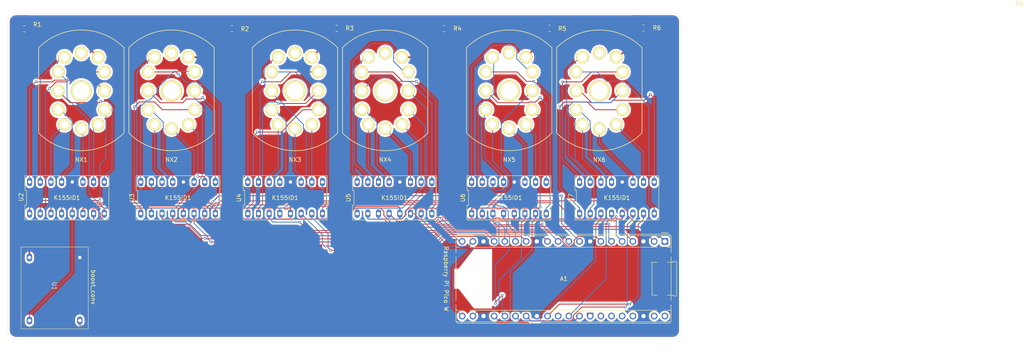
<source format=kicad_pcb>
(kicad_pcb (version 20241229) (generator "pcbnew") (generator_version "9.0")
  (layers (0 "F.Cu" signal) (2 "B.Cu" signal) (13 "F.Paste" user) (15 "B.Paste" user) (5 "F.SilkS" user "F.Silkscreen") (7 "B.SilkS" user "B.Silkscreen") (1 "F.Mask" user) (3 "B.Mask" user) (25 "Edge.Cuts" user))
  (net 0 "")
  (net 1 "D6C")
  (net 2 "GND")
  (net 3 "D1C")
  (net 4 "D1B")
  (net 5 "D5B")
  (net 6 "D5A")
  (net 8 "D2B")
  (net 9 "D4D")
  (net 10 "D3D")
  (net 11 "D2C")
  (net 12 "D2A")
  (net 17 "D4B")
  (net 18 "D2D")
  (net 19 "D6A")
  (net 20 "D5C")
  (net 21 "D6D")
  (net 22 "D4C")
  (net 24 "D6B")
  (net 25 "D1A")
  (net 26 "D4A")
  (net 28 "D5D")
  (net 29 "D3C")
  (net 31 "D3B")
  (net 32 "D3A")
  (net 33 "PWR")
  (net 34 "D1D")
  (net 35 "Net-(NX1-1)")
  (net 36 "Net-(NX1-2)")
  (net 37 "Net-(NX1-8)")
  (net 38 "Net-(NX1-9)")
  (net 39 "Net-(NX1-7)")
  (net 40 "Net-(U2-6)")
  (net 41 "Net-(NX1-3)")
  (net 42 "Net-(NX1-4)")
  (net 43 "Net-(NX1-0)")
  (net 44 "Net-(NX1-5)")
  (net 45 "Net-(NX1-A)")
  (net 46 "Net-(NX2-9)")
  (net 47 "Net-(U3-6)")
  (net 48 "Net-(NX2-4)")
  (net 49 "Net-(NX2-5)")
  (net 50 "Net-(NX2-7)")
  (net 51 "Net-(NX2-0)")
  (net 52 "Net-(NX2-1)")
  (net 53 "Net-(NX2-3)")
  (net 54 "Net-(NX2-2)")
  (net 55 "Net-(NX2-8)")
  (net 56 "Net-(NX2-A)")
  (net 57 "Net-(NX3-4)")
  (net 58 "Net-(NX3-0)")
  (net 59 "Net-(NX3-7)")
  (net 60 "Net-(NX3-8)")
  (net 61 "Net-(NX3-1)")
  (net 62 "Net-(NX3-5)")
  (net 63 "Net-(NX3-3)")
  (net 64 "Net-(NX3-9)")
  (net 65 "Net-(U4-6)")
  (net 66 "Net-(NX3-A)")
  (net 67 "Net-(NX3-2)")
  (net 68 "Net-(NX4-4)")
  (net 69 "Net-(NX4-0)")
  (net 70 "Net-(NX4-A)")
  (net 71 "Net-(NX4-1)")
  (net 72 "Net-(NX4-2)")
  (net 73 "Net-(NX4-3)")
  (net 74 "Net-(U5-6)")
  (net 75 "Net-(NX4-7)")
  (net 76 "Net-(NX4-9)")
  (net 77 "Net-(NX4-5)")
  (net 78 "Net-(NX4-8)")
  (net 79 "Net-(NX5-5)")
  (net 80 "Net-(NX5-9)")
  (net 81 "Net-(U6-6)")
  (net 82 "Net-(NX5-7)")
  (net 83 "Net-(NX5-A)")
  (net 84 "Net-(NX5-4)")
  (net 85 "Net-(NX5-1)")
  (net 86 "Net-(NX5-3)")
  (net 87 "Net-(NX5-0)")
  (net 88 "Net-(NX5-8)")
  (net 89 "Net-(NX5-2)")
  (net 90 "Net-(NX6-0)")
  (net 91 "Net-(NX6-4)")
  (net 92 "Net-(NX6-2)")
  (net 93 "Net-(NX6-A)")
  (net 94 "Net-(NX6-8)")
  (net 95 "Net-(NX6-3)")
  (net 96 "Net-(NX6-1)")
  (net 97 "Net-(U7-6)")
  (net 98 "Net-(NX6-5)")
  (net 99 "Net-(NX6-9)")
  (net 100 "Net-(NX6-7)")
  (net 101 "170V")
  (net 102 "+5V")
  (footprint "footprints:K155ID1" (layer "F.Cu") (at 214.94 92.48)
    (property "Reference" "U6")
    (property "Value" "K155ID1")
  )
  (footprint "footprints:K155ID1" (layer "F.Cu") (at 240.65 92.48)
    (property "Reference" "U7")
    (property "Value" "K155ID1")
  )
  (footprint "Resistor_SMD:R_0805_2012Metric_Pad1.20x1.40mm_HandSolder" (layer "F.Cu") (at 246.94 52.05)
    (property "Reference" "R6")
    (property "Value" "11kΩ")
  )
  (footprint "Resistor_SMD:R_0805_2012Metric_Pad1.20x1.40mm_HandSolder" (layer "F.Cu") (at 173.92 52.13)
    (property "Reference" "R3")
    (property "Value" "11kΩ")
  )
  (footprint "footprints:IN-12" (layer "F.Cu") (at 164 67)
    (property "Reference" "NX3")
    (property "Value" "IN-12A")
  )
  (footprint "footprints:K155ID1" (layer "F.Cu") (at 136.15 92.47)
    (property "Reference" "U3")
    (property "Value" "K155ID1")
  )
  (footprint "footprints:K155ID1" (layer "F.Cu") (at 161.65 92.48)
    (property "Reference" "U4")
    (property "Value" "K155ID1")
  )
  (footprint "Resistor_SMD:R_0805_2012Metric_Pad1.20x1.40mm_HandSolder" (layer "F.Cu") (at 99.55 52.24)
    (property "Reference" "R1")
    (property "Value" "11kΩ")
  )
  (footprint "Resistor_SMD:R_0805_2012Metric_Pad1.20x1.40mm_HandSolder" (layer "F.Cu") (at 148.97 52.18)
    (property "Reference" "R2")
    (property "Value" "11kΩ")
  )
  (footprint "footprints:IN-12" (layer "F.Cu") (at 134.585 67)
    (property "Reference" "NX2")
    (property "Value" "IN-12A")
  )
  (footprint "footprints:K155ID1" (layer "F.Cu") (at 187.69 92.48)
    (property "Reference" "U5")
    (property "Value" "K155ID1")
  )
  (footprint "Module:RaspberryPi_Pico_Common_THT" (layer "F.Cu") (at 252.0675 102.86 -90)
    (property "Reference" "A1")
    (property "Value" "Raspberry Pi Pico W")
  )
  (footprint "footprints:boost_conv" (layer "F.Cu") (at 104.26 120.2 90)
    (property "Reference" "U1")
    (property "Value" "boost_conv")
  )
  (footprint "footprints:K155ID1" (layer "F.Cu") (at 109.69 92.47)
    (property "Reference" "U2")
    (property "Value" "K155ID1")
  )
  (footprint "Resistor_SMD:R_0805_2012Metric_Pad1.20x1.40mm_HandSolder" (layer "F.Cu") (at 199.5 52.21)
    (property "Reference" "R4")
    (property "Value" "11kΩ")
  )
  (footprint "footprints:IN-12" (layer "F.Cu") (at 113.115 67)
    (property "Reference" "NX1")
    (property "Value" "IN-12A")
  )
  (footprint "footprints:IN-12" (layer "F.Cu") (at 215 67)
    (property "Reference" "NX5")
    (property "Value" "IN-12A")
  )
  (footprint "footprints:IN-12" (layer "F.Cu") (at 236.47 67)
    (property "Reference" "NX6")
    (property "Value" "IN-12A")
  )
  (footprint "footprints:IN-12" (layer "F.Cu") (at 185.47 67)
    (property "Reference" "NX4")
    (property "Value" "IN-12A")
  )
  (footprint "Resistor_SMD:R_0805_2012Metric_Pad1.20x1.40mm_HandSolder" (layer "F.Cu") (at 224.61 52.1)
    (property "Reference" "R5")
    (property "Value" "11kΩ")
  )
  (gr_line (start 253.94 126.06) (end 97.59 126.06) (stroke (width 0.05)) (layer "Edge.Cuts"))
  (gr_arc (start 255.94 124.06) (mid 255.354214 125.474214) (end 253.94 126.06) (stroke (width 0.05)) (layer "Edge.Cuts"))
  (gr_arc (start 97.59 126.06) (mid 96.175786 125.474214) (end 95.59 124.06) (stroke (width 0.05)) (layer "Edge.Cuts"))
  (gr_arc (start 95.59 50.53) (mid 96.175786 49.115786) (end 97.59 48.53) (stroke (width 0.05)) (layer "Edge.Cuts"))
  (gr_line (start 255.94 50.53) (end 255.94 124.06) (stroke (width 0.05)) (layer "Edge.Cuts"))
  (gr_arc (start 253.94 48.53) (mid 255.354214 49.115786) (end 255.94 50.53) (stroke (width 0.05)) (layer "Edge.Cuts"))
  (gr_line (start 95.59 124.06) (end 95.59 50.53) (stroke (width 0.05)) (layer "Edge.Cuts"))
  (gr_line (start 97.59 48.53) (end 253.94 48.53) (stroke (width 0.05)) (layer "Edge.Cuts"))
  (gr_text "R5" (at 226.57 52.76 0) (layer "F.SilkS") (effects (font (size 1 1)) (justify left bottom)))
  (segment (start 226.9644 117.8031) (end 243.7138 117.8031) (width 0.2) (layer "F.Cu") (net 1))
  (segment (start 224.1275 120.64) (end 226.9644 117.8031) (width 0.2) (layer "F.Cu") (net 1))
  (via (at 243.7138 117.8031) (size 0.6) (drill 0.3) (layers "F.Cu" "B.Cu") (net 1))
  (segment (start 243.7138 117.8031) (end 245.7202 115.7967) (width 0.2) (layer "B.Cu") (net 1))
  (segment (start 245.7202 98.8215) (end 247 97.5417) (width 0.2) (layer "B.Cu") (net 1))
  (segment (start 247 96.24) (end 247 97.5417) (width 0.2) (layer "B.Cu") (net 1))
  (segment (start 245.7202 115.7967) (end 245.7202 98.8215) (width 0.2) (layer "B.Cu") (net 1))
  (segment (start 208.8875 120.64) (end 210.0169 119.5106) (width 0.2) (layer "F.Cu") (net 2))
  (segment (start 188.96 88.72) (end 188.96 89.9208) (width 0.2) (layer "F.Cu") (net 2))
  (segment (start 210.0407 104.0132) (end 220.4343 104.0132) (width 0.2) (layer "F.Cu") (net 2))
  (segment (start 188.9615 90.0217) (end 216.21 90.0217) (width 0.2) (layer "F.Cu") (net 2))
  (segment (start 246.9875 102.86) (end 245.8467 104.0008) (width 0.2) (layer "F.Cu") (net 2))
  (segment (start 221.5875 102.86) (end 223.13 104.4025) (width 0.2) (layer "F.Cu") (net 2))
  (segment (start 162.92 88.72) (end 162.92 90.0217) (width 0.2) (layer "F.Cu") (net 2))
  (segment (start 137.43 90.0217) (end 162.92 90.0217) (width 0.2) (layer "F.Cu") (net 2))
  (segment (start 137.42 88.71) (end 137.42 90.0117) (width 0.2) (layer "F.Cu") (net 2))
  (segment (start 223.13 104.4025) (end 233.8858 104.4025) (width 0.2) (layer "F.Cu") (net 2))
  (segment (start 234.2875 102.86) (end 234.2875 104.0008) (width 0.2) (layer "F.Cu") (net 2))
  (segment (start 220.4581 119.5106) (end 221.5875 120.64) (width 0.2) (layer "F.Cu") (net 2))
  (segment (start 188.96 89.9208) (end 188.96 90.0202) (width 0.2) (layer "F.Cu") (net 2))
  (segment (start 188.96 90.0202) (end 188.9615 90.0217) (width 0.2) (layer "F.Cu") (net 2))
  (segment (start 245.8467 104.0008) (end 234.2875 104.0008) (width 0.2) (layer "F.Cu") (net 2))
  (segment (start 188.96 90.0202) (end 188.96 90.0217) (width 0.2) (layer "F.Cu") (net 2))
  (segment (start 210.0169 119.5106) (end 220.4581 119.5106) (width 0.2) (layer "F.Cu") (net 2))
  (segment (start 110.96 88.71) (end 110.96 90.0117) (width 0.2) (layer "F.Cu") (net 2))
  (segment (start 208.8875 102.86) (end 210.0407 104.0132) (width 0.2) (layer "F.Cu") (net 2))
  (segment (start 137.42 90.0117) (end 137.43 90.0217) (width 0.2) (layer "F.Cu") (net 2))
  (segment (start 220.4343 104.0132) (end 221.5875 102.86) (width 0.2) (layer "F.Cu") (net 2))
  (segment (start 216.21 88.72) (end 216.21 90.0217) (width 0.2) (layer "F.Cu") (net 2))
  (segment (start 188.96 90.0217) (end 162.92 90.0217) (width 0.2) (layer "F.Cu") (net 2))
  (segment (start 110.96 90.0117) (end 137.42 90.0117) (width 0.2) (layer "F.Cu") (net 2))
  (segment (start 233.8858 104.4025) (end 234.2875 104.0008) (width 0.2) (layer "F.Cu") (net 2))
  (segment (start 112.3719 91.4236) (end 112.3719 105.0577) (width 0.2) (layer "B.Cu") (net 2))
  (segment (start 216.7761 90.0217) (end 222.236 95.4816) (width 0.2) (layer "B.Cu") (net 2))
  (segment (start 222.236 95.4816) (end 222.236 102.2115) (width 0.2) (layer "B.Cu") (net 2))
  (segment (start 235.7116 96.9667) (end 235.7116 94.9284) (width 0.2) (layer "B.Cu") (net 2))
  (segment (start 110.96 90.0117) (end 112.3719 91.4236) (width 0.2) (layer "B.Cu") (net 2))
  (segment (start 110.96 88.71) (end 110.96 90.0117) (width 0.2) (layer "B.Cu") (net 2))
  (segment (start 234.2875 102.86) (end 234.2875 98.3908) (width 0.2) (layer "B.Cu") (net 2))
  (segment (start 234.2875 98.3908) (end 235.7116 96.9667) (width 0.2) (layer "B.Cu") (net 2))
  (segment (start 216.21 90.0217) (end 216.7761 90.0217) (width 0.2) (layer "B.Cu") (net 2))
  (segment (start 112.76 106.7) (end 112.76 105.4458) (width 0.2) (layer "B.Cu") (net 2))
  (segment (start 246.9875 120.64) (end 246.9875 102.86) (width 0.2) (layer "B.Cu") (net 2))
  (segment (start 112.3719 105.0577) (end 112.76 105.4458) (width 0.2) (layer "B.Cu") (net 2))
  (segment (start 235.7116 94.9284) (end 241.92 88.72) (width 0.2) (layer "B.Cu") (net 2))
  (segment (start 216.21 88.72) (end 216.21 90.0217) (width 0.2) (layer "B.Cu") (net 2))
  (segment (start 221.5875 102.86) (end 221.5875 120.64) (width 0.2) (layer "B.Cu") (net 2))
  (segment (start 222.236 102.2115) (end 221.5875 102.86) (width 0.2) (layer "B.Cu") (net 2))
  (segment (start 241.5649 99.9774) (end 244.4475 102.86) (width 0.2) (layer "F.Cu") (net 3))
  (segment (start 116.04 97.5317) (end 117.2679 98.7596) (width 0.2) (layer "F.Cu") (net 3))
  (segment (start 141.688 101.5) (end 197.0738 101.5) (width 0.2) (layer "F.Cu") (net 3))
  (segment (start 197.0738 101.5) (end 198.5964 99.9774) (width 0.2) (layer "F.Cu") (net 3))
  (segment (start 138.9476 98.7596) (end 141.688 101.5) (width 0.2) (layer "F.Cu") (net 3))
  (segment (start 116.04 96.23) (end 116.04 97.5317) (width 0.2) (layer "F.Cu") (net 3))
  (segment (start 117.2679 98.7596) (end 138.9476 98.7596) (width 0.2) (layer "F.Cu") (net 3))
  (segment (start 198.5964 99.9774) (end 241.5649 99.9774) (width 0.2) (layer "F.Cu") (net 3))
  (segment (start 238.4646 99.3319) (end 245.9994 99.3319) (width 0.2) (layer "F.Cu") (net 4))
  (segment (start 117.6783 97.0035) (end 118.6158 97.941) (width 0.2) (layer "F.Cu") (net 4))
  (segment (start 211.9838 99.3387) (end 212.0092 99.3133) (width 0.2) (layer "F.Cu") (net 4))
  (segment (start 197.2558 100.75) (end 198.4301 99.5757) (width 0.2) (layer "F.Cu") (net 4))
  (segment (start 140.3693 97.941) (end 143.1783 100.75) (width 0.2) (layer "F.Cu") (net 4))
  (segment (start 113.5 96.23) (end 113.5 94.9283) (width 0.2) (layer "F.Cu") (net 4))
  (segment (start 212.0092 99.3133) (end 212.5994 99.3133) (width 0.2) (layer "F.Cu") (net 4))
  (segment (start 117.6783 96.1355) (end 117.6783 97.0035) (width 0.2) (layer "F.Cu") (net 4))
  (segment (start 113.5 94.9283) (end 116.4711 94.9283) (width 0.2) (layer "F.Cu") (net 4))
  (segment (start 212.5997 99.313) (end 238.4457 99.313) (width 0.2) (layer "F.Cu") (net 4))
  (segment (start 118.6158 97.941) (end 140.3693 97.941) (width 0.2) (layer "F.Cu") (net 4))
  (segment (start 238.4457 99.313) (end 238.4646 99.3319) (width 0.2) (layer "F.Cu") (net 4))
  (segment (start 245.9994 99.3319) (end 249.5275 102.86) (width 0.2) (layer "F.Cu") (net 4))
  (segment (start 211.9838 99.3387) (end 212.0092 99.3133) (width 0.2) (layer "F.Cu") (net 4))
  (segment (start 211.7468 99.5757) (end 211.9838 99.3387) (width 0.2) (layer "F.Cu") (net 4))
  (segment (start 198.4301 99.5757) (end 211.7468 99.5757) (width 0.2) (layer "F.Cu") (net 4))
  (segment (start 143.1783 100.75) (end 197.2558 100.75) (width 0.2) (layer "F.Cu") (net 4))
  (segment (start 212.5994 99.3133) (end 212.5997 99.313) (width 0.2) (layer "F.Cu") (net 4))
  (segment (start 116.4711 94.9283) (end 117.6783 96.1355) (width 0.2) (layer "F.Cu") (net 4))
  (segment (start 217.9191 106.8033) (end 217.9191 98.3726) (width 0.2) (layer "B.Cu") (net 5))
  (segment (start 212.5801 112.1423) (end 217.9191 106.8033) (width 0.2) (layer "B.Cu") (net 5))
  (segment (start 207.7841 119.2034) (end 211.0775 119.2034) (width 0.2) (layer "B.Cu") (net 5))
  (segment (start 211.0775 119.2034) (end 212.5801 117.7008) (width 0.2) (layer "B.Cu") (net 5))
  (segment (start 218.75 96.24) (end 218.75 97.5417) (width 0.2) (layer "B.Cu") (net 5))
  (segment (start 206.3475 120.64) (end 207.7841 119.2034) (width 0.2) (layer "B.Cu") (net 5))
  (segment (start 217.9191 98.3726) (end 218.75 97.5417) (width 0.2) (layer "B.Cu") (net 5))
  (segment (start 212.5801 117.7008) (end 212.5801 112.1423) (width 0.2) (layer "B.Cu") (net 5))
  (segment (start 206.5191 104.2943) (end 201.6001 109.2133) (width 0.2) (layer "B.Cu") (net 6))
  (segment (start 201.6001 118.4326) (end 203.8075 120.64) (width 0.2) (layer "B.Cu") (net 6))
  (segment (start 211.13 98.1068) (end 211.9348 98.9116) (width 0.2) (layer "B.Cu") (net 6))
  (segment (start 211.13 97.5417) (end 211.13 98.1068) (width 0.2) (layer "B.Cu") (net 6))
  (segment (start 201.6001 109.2133) (end 201.6001 118.4326) (width 0.2) (layer "B.Cu") (net 6))
  (segment (start 211.9348 98.9116) (end 212.4331 98.9116) (width 0.2) (layer "B.Cu") (net 6))
  (segment (start 212.4335 98.9112) (end 212.4975 98.9112) (width 0.2) (layer "B.Cu") (net 6))
  (segment (start 212.5402 103.3661) (end 211.612 104.2943) (width 0.2) (layer "B.Cu") (net 6))
  (segment (start 212.4975 98.9112) (end 212.5402 98.9539) (width 0.2) (layer "B.Cu") (net 6))
  (segment (start 212.5402 98.9539) (end 212.5402 103.3661) (width 0.2) (layer "B.Cu") (net 6))
  (segment (start 212.4331 98.9116) (end 212.4335 98.9112) (width 0.2) (layer "B.Cu") (net 6))
  (segment (start 211.13 96.24) (end 211.13 97.5417) (width 0.2) (layer "B.Cu") (net 6))
  (segment (start 211.612 104.2943) (end 206.5191 104.2943) (width 0.2) (layer "B.Cu") (net 6))
  (segment (start 144 103) (end 196.7098 103) (width 0.2) (layer "F.Cu") (net 8))
  (segment (start 234.745622 101.754) (end 234.749922 101.7583) (width 0.2) (layer "F.Cu") (net 8))
  (segment (start 198.929 100.7808) (end 226.1848 100.7808) (width 0.2) (layer "F.Cu") (net 8))
  (segment (start 230.4776 102.5325) (end 231.2518 101.7583) (width 0.2) (layer "F.Cu") (net 8))
  (segment (start 229.6909 103.9617) (end 230.4776 103.175) (width 0.2) (layer "F.Cu") (net 8))
  (segment (start 235.7258 101.7583) (end 236.8275 102.86) (width 0.2) (layer "F.Cu") (net 8))
  (segment (start 226.1848 100.7808) (end 227.7692 102.3652) (width 0.2) (layer "F.Cu") (net 8))
  (segment (start 233.825078 101.7583) (end 233.829378 101.754) (width 0.2) (layer "F.Cu") (net 8))
  (segment (start 233.829378 101.754) (end 234.745622 101.754) (width 0.2) (layer "F.Cu") (net 8))
  (segment (start 228.7512 103.9617) (end 229.6909 103.9617) (width 0.2) (layer "F.Cu") (net 8))
  (segment (start 227.7692 102.3652) (end 227.7692 102.9797) (width 0.2) (layer "F.Cu") (net 8))
  (segment (start 230.4776 103.175) (end 230.4776 102.5325) (width 0.2) (layer "F.Cu") (net 8))
  (segment (start 196.7098 103) (end 198.929 100.7808) (width 0.2) (layer "F.Cu") (net 8))
  (segment (start 234.749922 101.7583) (end 235.7258 101.7583) (width 0.2) (layer "F.Cu") (net 8))
  (segment (start 227.7692 102.9797) (end 228.7512 103.9617) (width 0.2) (layer "F.Cu") (net 8))
  (segment (start 231.2518 101.7583) (end 233.825078 101.7583) (width 0.2) (layer "F.Cu") (net 8))
  (via (at 144 103) (size 0.6) (drill 0.3) (layers "F.Cu" "B.Cu") (net 8))
  (segment (start 144 103) (end 143.25 102.25) (width 0.2) (layer "B.Cu") (net 8))
  (segment (start 143.25 101.8595) (end 139.96 98.5695) (width 0.2) (layer "B.Cu") (net 8))
  (segment (start 143.25 102.25) (end 143.25 101.8595) (width 0.2) (layer "B.Cu") (net 8))
  (segment (start 139.96 98.5695) (end 139.96 96.23) (width 0.2) (layer "B.Cu") (net 8))
  (segment (start 197.6647 98.069) (end 197.9648 97.7689) (width 0.2) (layer "F.Cu") (net 9))
  (segment (start 197.9648 97.7689) (end 198.0653 97.7689) (width 0.2) (layer "F.Cu") (net 9))
  (segment (start 188.249 98.069) (end 197.6647 98.069) (width 0.2) (layer "F.Cu") (net 9))
  (segment (start 186.42 96.24) (end 188.249 98.069) (width 0.2) (layer "F.Cu") (net 9))
  (via (at 198.0653 97.7689) (size 0.6) (drill 0.3) (layers "F.Cu" "B.Cu") (net 9))
  (segment (start 203.1564 102.86) (end 198.0653 97.7689) (width 0.2) (layer "B.Cu") (net 9))
  (segment (start 203.8075 102.86) (end 203.1564 102.86) (width 0.2) (layer "B.Cu") (net 9))
  (segment (start 212.123 94.1145) (end 212.5074 94.4989) (width 0.2) (layer "F.Cu") (net 10))
  (segment (start 162.2804 94.1145) (end 212.123 94.1145) (width 0.2) (layer "F.Cu") (net 10))
  (segment (start 161.8552 94.5397) (end 162.2804 94.1145) (width 0.2) (layer "F.Cu") (net 10))
  (via (at 161.8552 94.5397) (size 0.6) (drill 0.3) (layers "F.Cu" "B.Cu") (net 10))
  (via (at 212.5074 94.4989) (size 0.6) (drill 0.3) (layers "F.Cu" "B.Cu") (net 10))
  (segment (start 216.5075 102.86) (end 216.5075 100.8372) (width 0.2) (layer "B.Cu") (net 10))
  (segment (start 214.9648 99.2945) (end 214.8 99.1297) (width 0.2) (layer "B.Cu") (net 10))
  (segment (start 160.38 96.24) (end 160.38 94.9383) (width 0.2) (layer "B.Cu") (net 10))
  (segment (start 213.608 94.4989) (end 212.5074 94.4989) (width 0.2) (layer "B.Cu") (net 10))
  (segment (start 214.8 95.6909) (end 213.608 94.4989) (width 0.2) (layer "B.Cu") (net 10))
  (segment (start 160.38 94.9383) (end 161.4566 94.9383) (width 0.2) (layer "B.Cu") (net 10))
  (segment (start 161.4566 94.9383) (end 161.8552 94.5397) (width 0.2) (layer "B.Cu") (net 10))
  (segment (start 216.5075 100.8372) (end 214.9648 99.2945) (width 0.2) (layer "B.Cu") (net 10))
  (segment (start 214.9648 99.2945) (end 214.8 99.1297) (width 0.2) (layer "B.Cu") (net 10))
  (segment (start 214.8 99.1297) (end 214.8 95.6909) (width 0.2) (layer "B.Cu") (net 10))
  (segment (start 144.4108 93.4482) (end 145.8706 91.9884) (width 0.2) (layer "F.Cu") (net 11))
  (segment (start 145.8706 91.9884) (end 227.5084 91.9884) (width 0.2) (layer "F.Cu") (net 11))
  (segment (start 145.3268 92.5322) (end 144.4108 93.4482) (width 0.2) (layer "F.Cu") (net 11))
  (segment (start 144.4108 93.4482) (end 145.3268 92.5322) (width 0.2) (layer "F.Cu") (net 11))
  (via (at 227.5084 91.9884) (size 0.6) (drill 0.3) (layers "F.Cu" "B.Cu") (net 11))
  (via (at 144.4108 93.4482) (size 0.6) (drill 0.3) (layers "F.Cu" "B.Cu") (net 11))
  (segment (start 142.5 94.9283) (end 142.9307 94.9283) (width 0.2) (layer "B.Cu") (net 11))
  (segment (start 144.4108 93.4482) (end 145.3268 92.5322) (width 0.2) (layer "B.Cu") (net 11))
  (segment (start 145.3268 92.5322) (end 144.4108 93.4482) (width 0.2) (layer "B.Cu") (net 11))
  (segment (start 142.9307 94.9283) (end 144.4108 93.4482) (width 0.2) (layer "B.Cu") (net 11))
  (segment (start 227.5084 98.6209) (end 231.7475 102.86) (width 0.2) (layer "B.Cu") (net 11))
  (segment (start 227.5084 91.9884) (end 227.5084 98.6209) (width 0.2) (layer "B.Cu") (net 11))
  (segment (start 142.5 96.23) (end 142.5 94.9283) (width 0.2) (layer "B.Cu") (net 11))
  (segment (start 197.5518 98.75) (end 197.9312 98.3706) (width 0.2) (layer "F.Cu") (net 12))
  (segment (start 211.9347 97.7079) (end 212.433 97.7079) (width 0.2) (layer "F.Cu") (net 12))
  (segment (start 199.2108 97.9688) (end 211.6738 97.9688) (width 0.2) (layer "F.Cu") (net 12))
  (segment (start 198.3146 98.3706) (end 198.6703 98.0149) (width 0.2) (layer "F.Cu") (net 12))
  (segment (start 178.3 94.9383) (end 184.3487 94.9383) (width 0.2) (layer "F.Cu") (net 12))
  (segment (start 212.433 97.7079) (end 212.7181 97.993) (width 0.2) (layer "F.Cu") (net 12))
  (segment (start 175.6913 97.547) (end 178.3 94.9383) (width 0.2) (layer "F.Cu") (net 12))
  (segment (start 185.15 95.7396) (end 185.15 96.6675) (width 0.2) (layer "F.Cu") (net 12))
  (segment (start 132.34 97.5317) (end 142.5 97.5317) (width 0.2) (layer "F.Cu") (net 12))
  (segment (start 229.4089 97.993) (end 230.1461 98.7302) (width 0.2) (layer "F.Cu") (net 12))
  (segment (start 211.6738 97.9688) (end 211.9347 97.7079) (width 0.2) (layer "F.Cu") (net 12))
  (segment (start 142.5153 97.547) (end 175.6913 97.547) (width 0.2) (layer "F.Cu") (net 12))
  (segment (start 198.6703 98.0149) (end 199.1647 98.0149) (width 0.2) (layer "F.Cu") (net 12))
  (segment (start 212.7181 97.993) (end 229.4089 97.993) (width 0.2) (layer "F.Cu") (net 12))
  (segment (start 187.2325 98.75) (end 197.5518 98.75) (width 0.2) (layer "F.Cu") (net 12))
  (segment (start 199.1647 98.0149) (end 199.2108 97.9688) (width 0.2) (layer "F.Cu") (net 12))
  (segment (start 197.9312 98.3706) (end 198.3146 98.3706) (width 0.2) (layer "F.Cu") (net 12))
  (segment (start 142.5 97.5317) (end 142.5153 97.547) (width 0.2) (layer "F.Cu") (net 12))
  (segment (start 230.1461 98.7302) (end 238.7137 98.7302) (width 0.2) (layer "F.Cu") (net 12))
  (segment (start 184.3487 94.9383) (end 185.15 95.7396) (width 0.2) (layer "F.Cu") (net 12))
  (segment (start 185.15 96.6675) (end 187.2325 98.75) (width 0.2) (layer "F.Cu") (net 12))
  (segment (start 132.34 96.23) (end 132.34 97.5317) (width 0.2) (layer "F.Cu") (net 12))
  (via (at 238.7137 98.7302) (size 0.6) (drill 0.3) (layers "F.Cu" "B.Cu") (net 12))
  (segment (start 238.7137 98.7302) (end 238.7137 102.2062) (width 0.2) (layer "B.Cu") (net 12))
  (segment (start 238.7137 102.2062) (end 239.3675 102.86) (width 0.2) (layer "B.Cu") (net 12))
  (segment (start 192.3314 96.24) (end 191.5 96.24) (width 0.2) (layer "F.Cu") (net 17))
  (segment (start 193.728 97.6366) (end 192.3314 96.24) (width 0.2) (layer "F.Cu") (net 17))
  (segment (start 198.6694 97.1671) (end 197.7661 97.1671) (width 0.2) (layer "F.Cu") (net 17))
  (segment (start 198.9155 97.4132) (end 198.6694 97.1671) (width 0.2) (layer "F.Cu") (net 17))
  (segment (start 197.7661 97.1671) (end 197.2966 97.6366) (width 0.2) (layer "F.Cu") (net 17))
  (segment (start 197.2966 97.6366) (end 193.728 97.6366) (width 0.2) (layer "F.Cu") (net 17))
  (via (at 198.9155 97.4132) (size 0.6) (drill 0.3) (layers "F.Cu" "B.Cu") (net 17))
  (segment (start 198.9155 97.4132) (end 202.2536 100.7513) (width 0.2) (layer "B.Cu") (net 17))
  (segment (start 202.2536 100.7513) (end 209.3188 100.7513) (width 0.2) (layer "B.Cu") (net 17))
  (segment (start 209.3188 100.7513) (end 211.4275 102.86) (width 0.2) (layer "B.Cu") (net 17))
  (segment (start 142.75 102.25) (end 196.8918 102.25) (width 0.2) (layer "F.Cu") (net 18))
  (segment (start 226.7266 100.3791) (end 229.2075 102.86) (width 0.2) (layer "F.Cu") (net 18))
  (segment (start 196.8918 102.25) (end 198.7627 100.3791) (width 0.2) (layer "F.Cu") (net 18))
  (segment (start 142.625 102.125) (end 142.75 102.25) (width 0.2) (layer "F.Cu") (net 18))
  (segment (start 198.7627 100.3791) (end 226.7266 100.3791) (width 0.2) (layer "F.Cu") (net 18))
  (via (at 142.625 102.125) (size 0.6) (drill 0.3) (layers "F.Cu" "B.Cu") (net 18))
  (segment (start 134.88 97.5317) (end 134.88 96.23) (width 0.2) (layer "B.Cu") (net 18))
  (segment (start 141.875 102.125) (end 137.9683 98.2183) (width 0.2) (layer "B.Cu") (net 18))
  (segment (start 142.625 102.125) (end 141.875 102.125) (width 0.2) (layer "B.Cu") (net 18))
  (segment (start 135.5666 98.2183) (end 134.88 97.5317) (width 0.2) (layer "B.Cu") (net 18))
  (segment (start 137.9683 98.2183) (end 135.5666 98.2183) (width 0.2) (layer "B.Cu") (net 18))
  (segment (start 235.6252 107.5235) (end 222.8548 120.2939) (width 0.2) (layer "B.Cu") (net 19))
  (segment (start 222.8548 120.2939) (end 222.8548 120.9683) (width 0.2) (layer "B.Cu") (net 19))
  (segment (start 236.84 97.621) (end 235.6252 98.8358) (width 0.2) (layer "B.Cu") (net 19))
  (segment (start 235.6252 98.8358) (end 235.6252 107.5235) (width 0.2) (layer "B.Cu") (net 19))
  (segment (start 222.8548 120.9683) (end 222.0653 121.7578) (width 0.2) (layer "B.Cu") (net 19))
  (segment (start 236.84 96.24) (end 236.84 97.621) (width 0.2) (layer "B.Cu") (net 19))
  (segment (start 222.0653 121.7578) (end 217.6253 121.7578) (width 0.2) (layer "B.Cu") (net 19))
  (segment (start 217.6253 121.7578) (end 216.5075 120.64) (width 0.2) (layer "B.Cu") (net 19))
  (segment (start 214.4646 121.7574) (end 215.239 120.983) (width 0.2) (layer "B.Cu") (net 20))
  (segment (start 220.4524 98.3793) (end 221.29 97.5417) (width 0.2) (layer "B.Cu") (net 20))
  (segment (start 215.239 120.983) (end 215.239 110.1899) (width 0.2) (layer "B.Cu") (net 20))
  (segment (start 212.5449 121.7574) (end 214.4646 121.7574) (width 0.2) (layer "B.Cu") (net 20))
  (segment (start 221.29 96.24) (end 221.29 97.5417) (width 0.2) (layer "B.Cu") (net 20))
  (segment (start 220.4524 104.9765) (end 220.4524 98.3793) (width 0.2) (layer "B.Cu") (net 20))
  (segment (start 215.239 110.1899) (end 220.4524 104.9765) (width 0.2) (layer "B.Cu") (net 20))
  (segment (start 211.4275 120.64) (end 212.5449 121.7574) (width 0.2) (layer "B.Cu") (net 20))
  (segment (start 238.0783 98.5148) (end 238.0783 111.7692) (width 0.2) (layer "B.Cu") (net 21))
  (segment (start 238.0783 111.7692) (end 229.2075 120.64) (width 0.2) (layer "B.Cu") (net 21))
  (segment (start 239.0514 97.5417) (end 238.0783 98.5148) (width 0.2) (layer "B.Cu") (net 21))
  (segment (start 239.38 96.24) (end 239.38 97.5417) (width 0.2) (layer "B.Cu") (net 21))
  (segment (start 239.38 97.5417) (end 239.0514 97.5417) (width 0.2) (layer "B.Cu") (net 21))
  (segment (start 200.5074 104.0091) (end 194.04 97.5417) (width 0.2) (layer "B.Cu") (net 22))
  (segment (start 206.3475 102.86) (end 205.1984 104.0091) (width 0.2) (layer "B.Cu") (net 22))
  (segment (start 194.04 96.24) (end 194.04 97.5417) (width 0.2) (layer "B.Cu") (net 22))
  (segment (start 205.1984 104.0091) (end 200.5074 104.0091) (width 0.2) (layer "B.Cu") (net 22))
  (segment (start 220.1838 121.7763) (end 219.0475 120.64) (width 0.2) (layer "F.Cu") (net 24))
  (segment (start 230.3092 121.12) (end 229.6529 121.7763) (width 0.2) (layer "F.Cu") (net 24))
  (segment (start 232.2747 118.5154) (end 230.3092 120.4809) (width 0.2) (layer "F.Cu") (net 24))
  (segment (start 229.6529 121.7763) (end 220.1838 121.7763) (width 0.2) (layer "F.Cu") (net 24))
  (segment (start 242.6465 118.5154) (end 232.2747 118.5154) (width 0.2) (layer "F.Cu") (net 24))
  (segment (start 230.3092 120.4809) (end 230.3092 121.12) (width 0.2) (layer "F.Cu") (net 24))
  (via (at 242.6465 118.5154) (size 0.6) (drill 0.3) (layers "F.Cu" "B.Cu") (net 24))
  (segment (start 244.46 97.5417) (end 243.1121 98.8896) (width 0.2) (layer "B.Cu") (net 24))
  (segment (start 244.46 96.24) (end 244.46 97.5417) (width 0.2) (layer "B.Cu") (net 24))
  (segment (start 243.1121 98.8896) (end 243.1121 118.0498) (width 0.2) (layer "B.Cu") (net 24))
  (segment (start 243.1121 118.0498) (end 242.6465 118.5154) (width 0.2) (layer "B.Cu") (net 24))
  (segment (start 146.3176 93.2072) (end 240.5649 93.2072) (width 0.2) (layer "F.Cu") (net 25))
  (segment (start 107.0852 93.7231) (end 143.8349 93.7231) (width 0.2) (layer "F.Cu") (net 25))
  (segment (start 145.8017 93.7231) (end 146.3176 93.2072) (width 0.2) (layer "F.Cu") (net 25))
  (segment (start 240.5649 93.2072) (end 243.19 95.8323) (width 0.2) (layer "F.Cu") (net 25))
  (segment (start 243.19 95.8323) (end 243.19 96.6461) (width 0.2) (layer "F.Cu") (net 25))
  (segment (start 144.9868 93.7231) (end 145.8017 93.7231) (width 0.2) (layer "F.Cu") (net 25))
  (segment (start 105.88 96.23) (end 105.88 94.9283) (width 0.2) (layer "F.Cu") (net 25))
  (segment (start 244.6288 98.0849) (end 247.2924 98.0849) (width 0.2) (layer "F.Cu") (net 25))
  (segment (start 105.88 94.9283) (end 107.0852 93.7231) (width 0.2) (layer "F.Cu") (net 25))
  (segment (start 243.19 96.6461) (end 244.6288 98.0849) (width 0.2) (layer "F.Cu") (net 25))
  (segment (start 144.1617 94.0499) (end 144.66 94.0499) (width 0.2) (layer "F.Cu") (net 25))
  (segment (start 144.66 94.0499) (end 144.9868 93.7231) (width 0.2) (layer "F.Cu") (net 25))
  (segment (start 143.8349 93.7231) (end 144.1617 94.0499) (width 0.2) (layer "F.Cu") (net 25))
  (segment (start 247.2924 98.0849) (end 252.0675 102.86) (width 0.2) (layer "F.Cu") (net 25))
  (segment (start 197.3698 99.5) (end 198.0975 98.7723) (width 0.2) (layer "F.Cu") (net 26))
  (segment (start 211.816 98.3705) (end 212.1233 98.3705) (width 0.2) (layer "F.Cu") (net 26))
  (segment (start 183.88 97.5417) (end 185.1817 97.5417) (width 0.2) (layer "F.Cu") (net 26))
  (segment (start 183.88 96.24) (end 183.88 97.5417) (width 0.2) (layer "F.Cu") (net 26))
  (segment (start 198.4825 98.7707) (end 211.4158 98.7707) (width 0.2) (layer "F.Cu") (net 26))
  (segment (start 212.1233 98.3705) (end 212.1839 98.3099) (width 0.2) (layer "F.Cu") (net 26))
  (segment (start 185.1817 97.5417) (end 187.14 99.5) (width 0.2) (layer "F.Cu") (net 26))
  (segment (start 187.14 99.5) (end 197.3698 99.5) (width 0.2) (layer "F.Cu") (net 26))
  (segment (start 211.4158 98.7707) (end 211.816 98.3705) (width 0.2) (layer "F.Cu") (net 26))
  (segment (start 198.4809 98.7723) (end 198.4825 98.7707) (width 0.2) (layer "F.Cu") (net 26))
  (segment (start 198.0975 98.7723) (end 198.4809 98.7723) (width 0.2) (layer "F.Cu") (net 26))
  (via (at 212.1839 98.3099) (size 0.6) (drill 0.3) (layers "F.Cu" "B.Cu") (net 26))
  (segment (start 212.4642 98.3099) (end 212.1839 98.3099) (width 0.2) (layer "B.Cu") (net 26))
  (segment (start 213.9675 99.8132) (end 212.4642 98.3099) (width 0.2) (layer "B.Cu") (net 26))
  (segment (start 213.9675 102.86) (end 213.9675 99.8132) (width 0.2) (layer "B.Cu") (net 26))
  (segment (start 211.7617 117.2825) (end 211.7617 117.626) (width 0.2) (layer "F.Cu") (net 28))
  (segment (start 213.3482 115.696) (end 211.7617 117.2825) (width 0.2) (layer "F.Cu") (net 28))
  (segment (start 211.7617 117.626) (end 211.7616 117.626) (width 0.2) (layer "F.Cu") (net 28))
  (via (at 213.3482 115.696) (size 0.6) (drill 0.3) (layers "F.Cu" "B.Cu") (net 28))
  (via (at 211.7616 117.626) (size 0.6) (drill 0.3) (layers "F.Cu" "B.Cu") (net 28))
  (segment (start 211.7616 117.626) (end 211.7616 108.2238) (width 0.2) (layer "B.Cu") (net 28))
  (segment (start 214.3983 98.27) (end 213.67 97.5417) (width 0.2) (layer "B.Cu") (net 28))
  (segment (start 213.3482 120.0207) (end 213.3482 115.696) (width 0.2) (layer "B.Cu") (net 28))
  (segment (start 211.7616 108.2238) (end 215.0726 104.9128) (width 0.2) (layer "B.Cu") (net 28))
  (segment (start 215.0726 104.9128) (end 215.0726 101.4251) (width 0.2) (layer "B.Cu") (net 28))
  (segment (start 215.0726 101.4251) (end 214.3983 100.7508) (width 0.2) (layer "B.Cu") (net 28))
  (segment (start 213.9675 120.64) (end 213.3482 120.0207) (width 0.2) (layer "B.Cu") (net 28))
  (segment (start 213.67 96.24) (end 213.67 97.5417) (width 0.2) (layer "B.Cu") (net 28))
  (segment (start 214.3983 100.7508) (end 214.3983 98.27) (width 0.2) (layer "B.Cu") (net 28))
  (segment (start 217.8772 101.6897) (end 219.0475 102.86) (width 0.2) (layer "F.Cu") (net 29))
  (segment (start 172.5 105) (end 196.5 105) (width 0.2) (layer "F.Cu") (net 29))
  (segment (start 196.5 105) (end 199.8103 101.6897) (width 0.2) (layer "F.Cu") (net 29))
  (segment (start 199.8103 101.6897) (end 217.8772 101.6897) (width 0.2) (layer "F.Cu") (net 29))
  (via (at 172.5 105) (size 0.6) (drill 0.3) (layers "F.Cu" "B.Cu") (net 29))
  (segment (start 172.5 105) (end 171.8706 104.3706) (width 0.2) (layer "B.Cu") (net 29))
  (segment (start 171.8706 104.3706) (end 171.8706 101.0157) (width 0.2) (layer "B.Cu") (net 29))
  (segment (start 168 97.5417) (end 168 96.24) (width 0.2) (layer "B.Cu") (net 29))
  (segment (start 168.3966 97.5417) (end 168 97.5417) (width 0.2) (layer "B.Cu") (net 29))
  (segment (start 171.8706 101.0157) (end 168.3966 97.5417) (width 0.2) (layer "B.Cu") (net 29))
  (segment (start 222.45 101.1825) (end 224.1275 102.86) (width 0.2) (layer "F.Cu") (net 31))
  (segment (start 196.75 104) (end 199.5675 101.1825) (width 0.2) (layer "F.Cu") (net 31))
  (segment (start 171.25 104) (end 196.75 104) (width 0.2) (layer "F.Cu") (net 31))
  (segment (start 199.5675 101.1825) (end 222.45 101.1825) (width 0.2) (layer "F.Cu") (net 31))
  (via (at 171.25 104) (size 0.6) (drill 0.3) (layers "F.Cu" "B.Cu") (net 31))
  (segment (start 171 104) (end 170.5 103.5) (width 0.2) (layer "B.Cu") (net 31))
  (segment (start 170.5 103.5) (end 170.5 101.25) (width 0.2) (layer "B.Cu") (net 31))
  (segment (start 165.49 96.24) (end 165.46 96.24) (width 0.2) (layer "B.Cu") (net 31))
  (segment (start 170.5 101.25) (end 165.49 96.24) (width 0.2) (layer "B.Cu") (net 31))
  (segment (start 171.25 104) (end 171 104) (width 0.2) (layer "B.Cu") (net 31))
  (segment (start 212.4331 98.9116) (end 212.4334 98.9113) (width 0.2) (layer "F.Cu") (net 32))
  (segment (start 198.6472 99.174) (end 198.6488 99.1724) (width 0.2) (layer "F.Cu") (net 32))
  (segment (start 211.8889 98.8657) (end 211.9348 98.9116) (width 0.2) (layer "F.Cu") (net 32))
  (segment (start 198.2638 99.174) (end 198.6472 99.174) (width 0.2) (layer "F.Cu") (net 32))
  (segment (start 212.4334 98.9113) (end 222.629 98.9113) (width 0.2) (layer "F.Cu") (net 32))
  (segment (start 167.1084 100.25) (end 197.1878 100.25) (width 0.2) (layer "F.Cu") (net 32))
  (segment (start 197.1878 100.25) (end 198.2638 99.174) (width 0.2) (layer "F.Cu") (net 32))
  (segment (start 198.6488 99.1724) (end 211.5821 99.1724) (width 0.2) (layer "F.Cu") (net 32))
  (segment (start 211.5821 99.1724) (end 211.8888 98.8657) (width 0.2) (layer "F.Cu") (net 32))
  (segment (start 211.9348 98.9116) (end 212.4331 98.9116) (width 0.2) (layer "F.Cu") (net 32))
  (segment (start 211.8888 98.8657) (end 211.8889 98.8657) (width 0.2) (layer "F.Cu") (net 32))
  (segment (start 165.1371 98.2787) (end 167.1084 100.25) (width 0.2) (layer "F.Cu") (net 32))
  (segment (start 222.629 98.9113) (end 222.8377 98.7026) (width 0.2) (layer "F.Cu") (net 32))
  (via (at 165.1371 98.2787) (size 0.6) (drill 0.3) (layers "F.Cu" "B.Cu") (net 32))
  (via (at 222.8377 98.7026) (size 0.6) (drill 0.3) (layers "F.Cu" "B.Cu") (net 32))
  (segment (start 157.84 97.3904) (end 158.7283 98.2787) (width 0.2) (layer "B.Cu") (net 32))
  (segment (start 222.8377 99.0302) (end 222.8377 98.7026) (width 0.2) (layer "B.Cu") (net 32))
  (segment (start 226.6675 102.86) (end 222.8377 99.0302) (width 0.2) (layer "B.Cu") (net 32))
  (segment (start 158.7283 98.2787) (end 165.1371 98.2787) (width 0.2) (layer "B.Cu") (net 32))
  (segment (start 157.84 96.24) (end 157.84 97.3904) (width 0.2) (layer "B.Cu") (net 32))
  (segment (start 231.7475 120.64) (end 229.4333 122.9542) (width 0.2) (layer "F.Cu") (net 33))
  (segment (start 112.76 121.7) (end 112.76 122.9542) (width 0.2) (layer "F.Cu") (net 33))
  (segment (start 229.4333 122.9542) (end 112.76 122.9542) (width 0.2) (layer "F.Cu") (net 33))
  (segment (start 239.889 97.5417) (end 240.4922 96.9385) (width 0.2) (layer "F.Cu") (net 34))
  (segment (start 119.9395 94.4516) (end 144.8263 94.4516) (width 0.2) (layer "F.Cu") (net 34))
  (segment (start 161.3929 94.1512) (end 161.8862 93.6579) (width 0.2) (layer "F.Cu") (net 34))
  (segment (start 144.8263 94.4516) (end 145.1267 94.1512) (width 0.2) (layer "F.Cu") (net 34))
  (segment (start 109.2234 94.1249) (end 119.6128 94.1249) (width 0.2) (layer "F.Cu") (net 34))
  (segment (start 145.1267 94.1512) (end 161.3929 94.1512) (width 0.2) (layer "F.Cu") (net 34))
  (segment (start 119.6128 94.1249) (end 119.9395 94.4516) (width 0.2) (layer "F.Cu") (net 34))
  (segment (start 108.42 96.23) (end 108.42 94.9283) (width 0.2) (layer "F.Cu") (net 34))
  (segment (start 161.8862 93.6579) (end 226.4114 93.6579) (width 0.2) (layer "F.Cu") (net 34))
  (segment (start 226.4114 93.6579) (end 230.2952 97.5417) (width 0.2) (layer "F.Cu") (net 34))
  (segment (start 108.42 94.9283) (end 109.2234 94.1249) (width 0.2) (layer "F.Cu") (net 34))
  (segment (start 230.2952 97.5417) (end 239.889 97.5417) (width 0.2) (layer "F.Cu") (net 34))
  (via (at 240.4922 96.9385) (size 0.6) (drill 0.3) (layers "F.Cu" "B.Cu") (net 34))
  (segment (start 241.9075 102.86) (end 240.4922 101.4447) (width 0.2) (layer "B.Cu") (net 34))
  (segment (start 240.4922 101.4447) (end 240.4922 96.9385) (width 0.2) (layer "B.Cu") (net 34))
  (segment (start 103.34 88.71) (end 103.34 64.1519) (width 0.2) (layer "B.Cu") (net 35))
  (segment (start 103.34 64.1519) (end 108.4919 59) (width 0.2) (layer "B.Cu") (net 35))
  (segment (start 108.4919 59) (end 109.115 59) (width 0.2) (layer "B.Cu") (net 35))
  (segment (start 114.9249 91.4045) (end 118.4487 94.9283) (width 0.2) (layer "B.Cu") (net 36))
  (segment (start 107.59 62.5) (end 109.711 64.621) (width 0.2) (layer "B.Cu") (net 36))
  (segment (start 118.4487 94.9283) (end 118.58 94.9283) (width 0.2) (layer "B.Cu") (net 36))
  (segment (start 109.711 64.621) (end 109.711 68.7845) (width 0.2) (layer "B.Cu") (net 36))
  (segment (start 109.711 68.7845) (end 114.9249 73.9984) (width 0.2) (layer "B.Cu") (net 36))
  (segment (start 114.9249 73.9984) (end 114.9249 91.4045) (width 0.2) (layer "B.Cu") (net 36))
  (segment (start 118.58 96.23) (end 118.58 94.9283) (width 0.2) (layer "B.Cu") (net 36))
  (segment (start 100.8 96.23) (end 100.8 94.9283) (width 0.2) (layer "F.Cu") (net 37))
  (segment (start 100.8 94.9283) (end 102.6069 93.1214) (width 0.2) (layer "F.Cu") (net 37))
  (segment (start 102.6069 93.1214) (end 117.5267 93.1214) (width 0.2) (layer "F.Cu") (net 37))
  (via (at 117.5267 93.1214) (size 0.6) (drill 0.3) (layers "F.Cu" "B.Cu") (net 37))
  (segment (start 118.9665 83.0966) (end 117.5267 84.5364) (width 0.2) (layer "B.Cu") (net 37))
  (segment (start 118.64 71.5) (end 118.9665 71.8265) (width 0.2) (layer "B.Cu") (net 37))
  (segment (start 118.9665 71.8265) (end 118.9665 83.0966) (width 0.2) (layer "B.Cu") (net 37))
  (segment (start 117.5267 84.5364) (end 117.5267 93.1214) (width 0.2) (layer "B.Cu") (net 37))
  (segment (start 115.4254 63.7854) (end 110.8103 63.7854) (width 0.2) (layer "F.Cu") (net 38))
  (segment (start 107.1383 64.8711) (end 105.5793 66.4301) (width 0.2) (layer "F.Cu") (net 38))
  (segment (start 118.64 67) (end 115.4254 63.7854) (width 0.2) (layer "F.Cu") (net 38))
  (segment (start 110.8103 63.7854) (end 109.7246 64.8711) (width 0.2) (layer "F.Cu") (net 38))
  (segment (start 109.7246 64.8711) (end 107.1383 64.8711) (width 0.2) (layer "F.Cu") (net 38))
  (via (at 105.5793 66.4301) (size 0.6) (drill 0.3) (layers "F.Cu" "B.Cu") (net 38))
  (segment (start 104.61 67.3994) (end 105.5793 66.4301) (width 0.2) (layer "B.Cu") (net 38))
  (segment (start 103.34 94.9283) (end 104.61 93.6583) (width 0.2) (layer "B.Cu") (net 38))
  (segment (start 104.61 93.6583) (end 104.61 67.3994) (width 0.2) (layer "B.Cu") (net 38))
  (segment (start 103.34 96.23) (end 103.34 94.9283) (width 0.2) (layer "B.Cu") (net 38))
  (segment (start 116.04 76.075) (end 117.115 75) (width 0.2) (layer "B.Cu") (net 39))
  (segment (start 116.04 88.71) (end 116.04 76.075) (width 0.2) (layer "B.Cu") (net 39))
  (segment (start 113.5 76.385) (end 113.5 88.71) (width 0.2) (layer "B.Cu") (net 40))
  (segment (start 113.115 76) (end 113.5 76.385) (width 0.2) (layer "B.Cu") (net 40))
  (segment (start 117.4878 69.8017) (end 117.7608 69.5287) (width 0.2) (layer "F.Cu") (net 41))
  (segment (start 110.3917 69.8017) (end 117.4878 69.8017) (width 0.2) (layer "F.Cu") (net 41))
  (segment (start 107.59 67) (end 110.3917 69.8017) (width 0.2) (layer "F.Cu") (net 41))
  (via (at 117.7608 69.5287) (size 0.6) (drill 0.3) (layers "F.Cu" "B.Cu") (net 41))
  (segment (start 117.7608 69.5287) (end 119.3002 69.5287) (width 0.2) (layer "B.Cu") (net 41))
  (segment (start 120.4579 85.5304) (end 118.58 87.4083) (width 0.2) (layer "B.Cu") (net 41))
  (segment (start 118.58 88.71) (end 118.58 87.4083) (width 0.2) (layer "B.Cu") (net 41))
  (segment (start 119.3002 69.5287) (end 120.4579 70.6864) (width 0.2) (layer "B.Cu") (net 41))
  (segment (start 120.4579 70.6864) (end 120.4579 85.5304) (width 0.2) (layer "B.Cu") (net 41))
  (segment (start 108.1704 71.5) (end 107.59 71.5) (width 0.2) (layer "B.Cu") (net 42))
  (segment (start 110.9345 74.2641) (end 108.1704 71.5) (width 0.2) (layer "B.Cu") (net 42))
  (segment (start 108.42 87.4083) (end 110.9345 84.8938) (width 0.2) (layer "B.Cu") (net 42))
  (segment (start 110.9345 84.8938) (end 110.9345 74.2641) (width 0.2) (layer "B.Cu") (net 42))
  (segment (start 108.42 88.71) (end 108.42 87.4083) (width 0.2) (layer "B.Cu") (net 42))
  (segment (start 109.5583 64.4694) (end 106.6568 64.4694) (width 0.2) (layer "F.Cu") (net 43))
  (segment (start 106.4214 64.7048) (end 106.2566 64.8696) (width 0.2) (layer "F.Cu") (net 43))
  (segment (start 106.6568 64.4694) (end 106.4214 64.7048) (width 0.2) (layer "F.Cu") (net 43))
  (segment (start 106.4214 64.7048) (end 106.2566 64.8696) (width 0.2) (layer "F.Cu") (net 43))
  (segment (start 118.64 62.5) (end 111.5277 62.5) (width 0.2) (layer "F.Cu") (net 43))
  (segment (start 106.2566 64.8696) (end 102.3397 64.8696) (width 0.2) (layer "F.Cu") (net 43))
  (segment (start 111.5277 62.5) (end 109.5583 64.4694) (width 0.2) (layer "F.Cu") (net 43))
  (segment (start 102.3397 64.8696) (end 102.3382 64.8711) (width 0.2) (layer "F.Cu") (net 43))
  (via (at 102.3382 64.8711) (size 0.6) (drill 0.3) (layers "F.Cu" "B.Cu") (net 43))
  (segment (start 102.3382 64.8711) (end 100.8 66.4093) (width 0.2) (layer "B.Cu") (net 43))
  (segment (start 100.8 66.4093) (end 100.8 88.71) (width 0.2) (layer "B.Cu") (net 43))
  (segment (start 105.88 88.71) (end 105.88 78.235) (width 0.2) (layer "B.Cu") (net 44))
  (segment (start 105.88 78.235) (end 109.115 75) (width 0.2) (layer "B.Cu") (net 44))
  (segment (start 110.355 52.24) (end 117.115 59) (width 0.4) (layer "F.Cu") (net 45))
  (segment (start 100.55 52.24) (end 110.355 52.24) (width 0.4) (layer "F.Cu") (net 45))
  (segment (start 141.23 89.2095) (end 135.5112 94.9283) (width 0.2) (layer "B.Cu") (net 46))
  (segment (start 141.9288 87.4812) (end 141.23 88.18) (width 0.2) (layer "B.Cu") (net 46))
  (segment (start 141.23 88.18) (end 141.23 89.2095) (width 0.2) (layer "B.Cu") (net 46))
  (segment (start 135.5112 94.9283) (end 129.8 94.9283) (width 0.2) (layer "B.Cu") (net 46))
  (segment (start 140.11 67) (end 140.11 68.7739) (width 0.2) (layer "B.Cu") (net 46))
  (segment (start 141.9288 70.5927) (end 141.9288 87.4812) (width 0.2) (layer "B.Cu") (net 46))
  (segment (start 129.8 96.23) (end 129.8 94.9283) (width 0.2) (layer "B.Cu") (net 46))
  (segment (start 140.11 68.7739) (end 141.9288 70.5927) (width 0.2) (layer "B.Cu") (net 46))
  (segment (start 134.585 76) (end 139.96 81.375) (width 0.2) (layer "B.Cu") (net 47))
  (segment (start 139.96 81.375) (end 139.96 88.71) (width 0.2) (layer "B.Cu") (net 47))
  (segment (start 129.06 71.5) (end 129.6483 71.5) (width 0.2) (layer "B.Cu") (net 48))
  (segment (start 132.6169 74.4686) (end 132.6169 85.1452) (width 0.2) (layer "B.Cu") (net 48))
  (segment (start 129.6483 71.5) (end 132.6169 74.4686) (width 0.2) (layer "B.Cu") (net 48))
  (segment (start 132.6169 85.1452) (end 134.88 87.4083) (width 0.2) (layer "B.Cu") (net 48))
  (segment (start 134.88 88.71) (end 134.88 87.4083) (width 0.2) (layer "B.Cu") (net 48))
  (segment (start 130.585 85.6533) (end 132.34 87.4083) (width 0.2) (layer "B.Cu") (net 49))
  (segment (start 130.585 75) (end 130.585 85.6533) (width 0.2) (layer "B.Cu") (net 49))
  (segment (start 132.34 88.71) (end 132.34 87.4083) (width 0.2) (layer "B.Cu") (net 49))
  (segment (start 140.9169 87.4083) (end 140.8877 87.4375) (width 0.2) (layer "F.Cu") (net 50))
  (segment (start 142.5 87.4083) (end 140.9169 87.4083) (width 0.2) (layer "F.Cu") (net 50))
  (segment (start 142.5 88.71) (end 142.5 87.4083) (width 0.2) (layer "F.Cu") (net 50))
  (via (at 140.8877 87.4375) (size 0.6) (drill 0.3) (layers "F.Cu" "B.Cu") (net 50))
  (segment (start 140.8877 77.3027) (end 138.585 75) (width 0.2) (layer "B.Cu") (net 50))
  (segment (start 140.8877 87.4375) (end 140.8877 77.3027) (width 0.2) (layer "B.Cu") (net 50))
  (segment (start 127.26 88.71) (end 127.26 87.4083) (width 0.2) (layer "B.Cu") (net 51))
  (segment (start 139.9964 62.3864) (end 135.2166 62.3864) (width 0.2) (layer "B.Cu") (net 51))
  (segment (start 127.188 70.8036) (end 127.188 87.3363) (width 0.2) (layer "B.Cu") (net 51))
  (segment (start 131.1155 66.4875) (end 131.1155 67.4929) (width 0.2) (layer "B.Cu") (net 51))
  (segment (start 140.11 62.5) (end 139.9964 62.3864) (width 0.2) (layer "B.Cu") (net 51))
  (segment (start 127.188 87.3363) (end 127.26 87.4083) (width 0.2) (layer "B.Cu") (net 51))
  (segment (start 129.3584 69.25) (end 128.7416 69.25) (width 0.2) (layer "B.Cu") (net 51))
  (segment (start 135.2166 62.3864) (end 131.1155 66.4875) (width 0.2) (layer "B.Cu") (net 51))
  (segment (start 128.7416 69.25) (end 127.188 70.8036) (width 0.2) (layer "B.Cu") (net 51))
  (segment (start 131.1155 67.4929) (end 129.3584 69.25) (width 0.2) (layer "B.Cu") (net 51))
  (segment (start 126.8846 90.0117) (end 126.3199 89.447) (width 0.2) (layer "B.Cu") (net 52))
  (segment (start 129.9729 59) (end 130.585 59) (width 0.2) (layer "B.Cu") (net 52))
  (segment (start 129.8 90.0117) (end 126.8846 90.0117) (width 0.2) (layer "B.Cu") (net 52))
  (segment (start 126.3199 89.447) (end 126.3199 62.653) (width 0.2) (layer "B.Cu") (net 52))
  (segment (start 129.8 88.71) (end 129.8 90.0117) (width 0.2) (layer "B.Cu") (net 52))
  (segment (start 126.3199 62.653) (end 129.9729 59) (width 0.2) (layer "B.Cu") (net 52))
  (segment (start 129.06 67) (end 131.885 69.825) (width 0.2) (layer "F.Cu") (net 53))
  (segment (start 141.6339 68.9706) (end 142.0061 68.5984) (width 0.2) (layer "F.Cu") (net 53))
  (segment (start 131.885 69.825) (end 137.2794 69.825) (width 0.2) (layer "F.Cu") (net 53))
  (segment (start 137.2794 69.825) (end 138.1338 68.9706) (width 0.2) (layer "F.Cu") (net 53))
  (segment (start 138.1338 68.9706) (end 141.6339 68.9706) (width 0.2) (layer "F.Cu") (net 53))
  (via (at 142.0061 68.5984) (size 0.6) (drill 0.3) (layers "F.Cu" "B.Cu") (net 53))
  (segment (start 142.0061 68.5984) (end 145.04 71.6323) (width 0.2) (layer "B.Cu") (net 53))
  (segment (start 145.04 71.6323) (end 145.04 88.71) (width 0.2) (layer "B.Cu") (net 53))
  (segment (start 135.6415 62.5) (end 129.06 62.5) (width 0.2) (layer "F.Cu") (net 54))
  (segment (start 136.1296 62.9881) (end 135.6415 62.5) (width 0.2) (layer "F.Cu") (net 54))
  (via (at 136.1296 62.9881) (size 0.6) (drill 0.3) (layers "F.Cu" "B.Cu") (net 54))
  (segment (start 140.5642 64.8915) (end 138.033 64.8915) (width 0.2) (layer "B.Cu") (net 54))
  (segment (start 138.033 64.8915) (end 136.1296 62.9881) (width 0.2) (layer "B.Cu") (net 54))
  (segment (start 145.04 96.23) (end 145.04 94.9283) (width 0.2) (layer "B.Cu") (net 54))
  (segment (start 145.9481 94.0202) (end 145.9481 70.2754) (width 0.2) (layer "B.Cu") (net 54))
  (segment (start 145.9481 70.2754) (end 140.5642 64.8915) (width 0.2) (layer "B.Cu") (net 54))
  (segment (start 145.04 94.9283) (end 145.9481 94.0202) (width 0.2) (layer "B.Cu") (net 54))
  (segment (start 132.4037 71.5) (end 130.5391 69.6354) (width 0.2) (layer "F.Cu") (net 55))
  (segment (start 140.11 71.5) (end 132.4037 71.5) (width 0.2) (layer "F.Cu") (net 55))
  (segment (start 130.5391 69.6354) (end 126.9333 69.6354) (width 0.2) (layer "F.Cu") (net 55))
  (segment (start 126.9333 69.6354) (end 125.7182 70.8505) (width 0.2) (layer "F.Cu") (net 55))
  (via (at 125.7182 70.8505) (size 0.6) (drill 0.3) (layers "F.Cu" "B.Cu") (net 55))
  (segment (start 127.26 96.23) (end 127.26 94.9283) (width 0.2) (layer "B.Cu") (net 55))
  (segment (start 125.7182 93.3865) (end 127.26 94.9283) (width 0.2) (layer "B.Cu") (net 55))
  (segment (start 125.7182 70.8505) (end 125.7182 93.3865) (width 0.2) (layer "B.Cu") (net 55))
  (segment (start 143.15 59) (end 138.585 59) (width 0.4) (layer "F.Cu") (net 56))
  (segment (start 149.97 52.18) (end 143.15 59) (width 0.4) (layer "F.Cu") (net 56))
  (segment (start 160.38 87.4183) (end 161.8584 85.9399) (width 0.2) (layer "B.Cu") (net 57))
  (segment (start 160.38 88.72) (end 160.38 87.4183) (width 0.2) (layer "B.Cu") (net 57))
  (segment (start 161.8584 85.9399) (end 161.8584 74.2862) (width 0.2) (layer "B.Cu") (net 57))
  (segment (start 161.8584 74.2862) (end 159.0722 71.5) (width 0.2) (layer "B.Cu") (net 57))
  (segment (start 159.0722 71.5) (end 158.475 71.5) (width 0.2) (layer "B.Cu") (net 57))
  (segment (start 162.9807 62.5) (end 160.6398 64.8409) (width 0.2) (layer "F.Cu") (net 58))
  (segment (start 169.525 62.5) (end 162.9807 62.5) (width 0.2) (layer "F.Cu") (net 58))
  (segment (start 160.6398 64.8409) (end 156.2176 64.8409) (width 0.2) (layer "F.Cu") (net 58))
  (via (at 156.2176 64.8409) (size 0.6) (drill 0.3) (layers "F.Cu" "B.Cu") (net 58))
  (segment (start 152.76 68.2985) (end 152.76 88.72) (width 0.2) (layer "B.Cu") (net 58))
  (segment (start 156.2176 64.8409) (end 152.76 68.2985) (width 0.2) (layer "B.Cu") (net 58))
  (segment (start 168 75) (end 168 88.72) (width 0.2) (layer "B.Cu") (net 59))
  (segment (start 169.525 71.5) (end 165.8815 71.5) (width 0.2) (layer "F.Cu") (net 60))
  (segment (start 162.1416 75.4349) (end 160.7466 76.8299) (width 0.2) (layer "F.Cu") (net 60))
  (segment (start 160.7466 76.8299) (end 155.077 76.8299) (width 0.2) (layer "F.Cu") (net 60))
  (segment (start 165.8815 71.5) (end 162.1416 75.2399) (width 0.2) (layer "F.Cu") (net 60))
  (segment (start 162.1416 75.2399) (end 162.1416 75.4349) (width 0.2) (layer "F.Cu") (net 60))
  (via (at 155.077 76.8299) (size 0.6) (drill 0.3) (layers "F.Cu" "B.Cu") (net 60))
  (segment (start 155.077 76.8299) (end 154.03 77.8769) (width 0.2) (layer "B.Cu") (net 60))
  (segment (start 154.03 77.8769) (end 154.03 93.6683) (width 0.2) (layer "B.Cu") (net 60))
  (segment (start 154.03 93.6683) (end 152.76 94.9383) (width 0.2) (layer "B.Cu") (net 60))
  (segment (start 152.76 96.24) (end 152.76 94.9383) (width 0.2) (layer "B.Cu") (net 60))
  (segment (start 156.6733 61.6976) (end 159.3709 59) (width 0.2) (layer "B.Cu") (net 61))
  (segment (start 156.8273 64.3742) (end 156.6733 64.2202) (width 0.2) (layer "B.Cu") (net 61))
  (segment (start 155.6787 67.2125) (end 156.8273 66.0639) (width 0.2) (layer "B.Cu") (net 61))
  (segment (start 156.8273 66.0639) (end 156.8273 64.3742) (width 0.2) (layer "B.Cu") (net 61))
  (segment (start 156.6733 64.2202) (end 156.6733 61.6976) (width 0.2) (layer "B.Cu") (net 61))
  (segment (start 159.3709 59) (end 160 59) (width 0.2) (layer "B.Cu") (net 61))
  (segment (start 155.3 87.4183) (end 155.6787 87.0396) (width 0.2) (layer "B.Cu") (net 61))
  (segment (start 155.6787 87.0396) (end 155.6787 67.2125) (width 0.2) (layer "B.Cu") (net 61))
  (segment (start 155.3 88.72) (end 155.3 87.4183) (width 0.2) (layer "B.Cu") (net 61))
  (segment (start 157.84 88.72) (end 157.84 87.4183) (width 0.2) (layer "B.Cu") (net 62))
  (segment (start 160 85.2583) (end 157.84 87.4183) (width 0.2) (layer "B.Cu") (net 62))
  (segment (start 160 75) (end 160 85.2583) (width 0.2) (layer "B.Cu") (net 62))
  (segment (start 166.6851 76.6851) (end 166 76) (width 0.2) (layer "B.Cu") (net 63))
  (segment (start 158.475 67.475) (end 158.475 67) (width 0.2) (layer "B.Cu") (net 63))
  (segment (start 167.5937 90.0217) (end 166.6851 89.1131) (width 0.2) (layer "B.Cu") (net 63))
  (segment (start 166 75) (end 158.475 67.475) (width 0.2) (layer "B.Cu") (net 63))
  (segment (start 166.6851 89.1131) (end 166.6851 76.6851) (width 0.2) (layer "B.Cu") (net 63))
  (segment (start 170.54 90.0217) (end 167.5937 90.0217) (width 0.2) (layer "B.Cu") (net 63))
  (segment (start 170.54 88.72) (end 170.54 90.0217) (width 0.2) (layer "B.Cu") (net 63))
  (segment (start 166 76) (end 166 75) (width 0.2) (layer "B.Cu") (net 63))
  (segment (start 166.5177 70.0073) (end 169.525 67) (width 0.2) (layer "F.Cu") (net 64))
  (segment (start 160.0027 70.0073) (end 166.5177 70.0073) (width 0.2) (layer "F.Cu") (net 64))
  (via (at 160.0027 70.0073) (size 0.6) (drill 0.3) (layers "F.Cu" "B.Cu") (net 64))
  (segment (start 157.6692 69.6983) (end 159.6937 69.6983) (width 0.2) (layer "B.Cu") (net 64))
  (segment (start 155.3 94.9383) (end 156.285 93.9533) (width 0.2) (layer "B.Cu") (net 64))
  (segment (start 155.3 96.24) (end 155.3 94.9383) (width 0.2) (layer "B.Cu") (net 64))
  (segment (start 156.285 71.0825) (end 157.6692 69.6983) (width 0.2) (layer "B.Cu") (net 64))
  (segment (start 156.285 93.9533) (end 156.285 71.0825) (width 0.2) (layer "B.Cu") (net 64))
  (segment (start 159.6937 69.6983) (end 160.0027 70.0073) (width 0.2) (layer "B.Cu") (net 64))
  (segment (start 165.46 88.72) (end 165.46 87.4183) (width 0.2) (layer "B.Cu") (net 65))
  (segment (start 164 85.9583) (end 165.46 87.4183) (width 0.2) (layer "B.Cu") (net 65))
  (segment (start 164 76) (end 164 85.9583) (width 0.2) (layer "B.Cu") (net 65))
  (segment (start 174.92 52.13) (end 174.87 52.13) (width 0.4) (layer "F.Cu") (net 66))
  (segment (start 174.87 52.13) (end 168 59) (width 0.4) (layer "F.Cu") (net 66))
  (segment (start 170.54 96.24) (end 170.54 94.9383) (width 0.2) (layer "B.Cu") (net 67))
  (segment (start 171.4956 70.8494) (end 169.7546 69.1084) (width 0.2) (layer "B.Cu") (net 67))
  (segment (start 171.4956 93.9827) (end 171.4956 70.8494) (width 0.2) (layer "B.Cu") (net 67))
  (segment (start 167.25 65.75) (end 164 62.5) (width 0.2) (layer "B.Cu") (net 67))
  (segment (start 170.54 94.9383) (end 171.4956 93.9827) (width 0.2) (layer "B.Cu") (net 67))
  (segment (start 164 62.5) (end 158.475 62.5) (width 0.2) (layer "B.Cu") (net 67))
  (segment (start 169.7546 69.1084) (end 168.3584 69.1084) (width 0.2) (layer "B.Cu") (net 67))
  (segment (start 168.3584 69.1084) (end 167.25 68) (width 0.2) (layer "B.Cu") (net 67))
  (segment (start 167.25 68) (end 167.25 65.75) (width 0.2) (layer "B.Cu") (net 67))
  (segment (start 179.945 71.5) (end 180.5266 71.5) (width 0.2) (layer "B.Cu") (net 68))
  (segment (start 186.42 88.72) (end 186.42 87.4183) (width 0.2) (layer "B.Cu") (net 68))
  (segment (start 183.5018 74.4752) (end 183.5018 84.5001) (width 0.2) (layer "B.Cu") (net 68))
  (segment (start 180.5266 71.5) (end 183.5018 74.4752) (width 0.2) (layer "B.Cu") (net 68))
  (segment (start 183.5018 84.5001) (end 186.42 87.4183) (width 0.2) (layer "B.Cu") (net 68))
  (segment (start 187.5 57) (end 187.5 60) (width 0.2) (layer "B.Cu") (net 69))
  (segment (start 182.101 55.75) (end 186.25 55.75) (width 0.2) (layer "B.Cu") (net 69))
  (segment (start 178.8 88.72) (end 178.8 87.4183) (width 0.2) (layer "B.Cu") (net 69))
  (segment (start 178.8 87.4183) (end 177.7382 86.3565) (width 0.2) (layer "B.Cu") (net 69))
  (segment (start 186.25 55.75) (end 187.5 57) (width 0.2) (layer "B.Cu") (net 69))
  (segment (start 177.7382 86.3565) (end 177.7382 60.1128) (width 0.2) (layer "B.Cu") (net 69))
  (segment (start 190 62.5) (end 190.995 62.5) (width 0.2) (layer "B.Cu") (net 69))
  (segment (start 187.5 60) (end 190 62.5) (width 0.2) (layer "B.Cu") (net 69))
  (segment (start 177.7382 60.1128) (end 182.101 55.75) (width 0.2) (layer "B.Cu") (net 69))
  (segment (start 189.47 59) (end 193.71 59) (width 0.4) (layer "F.Cu") (net 70))
  (segment (start 193.71 59) (end 200.5 52.21) (width 0.4) (layer "F.Cu") (net 70))
  (segment (start 181.34 87.4183) (end 178.1401 84.2184) (width 0.2) (layer "B.Cu") (net 71))
  (segment (start 181.34 88.72) (end 181.34 87.4183) (width 0.2) (layer "B.Cu") (net 71))
  (segment (start 178.1401 61.7232) (end 180.8633 59) (width 0.2) (layer "B.Cu") (net 71))
  (segment (start 178.1401 84.2184) (end 178.1401 61.7232) (width 0.2) (layer "B.Cu") (net 71))
  (segment (start 180.8633 59) (end 181.47 59) (width 0.2) (layer "B.Cu") (net 71))
  (segment (start 192.8725 64.7656) (end 189.618 64.7656) (width 0.2) (layer "F.Cu") (net 72))
  (segment (start 189.618 64.7656) (end 187.3524 62.5) (width 0.2) (layer "F.Cu") (net 72))
  (segment (start 187.3524 62.5) (end 179.945 62.5) (width 0.2) (layer "F.Cu") (net 72))
  (via (at 192.8725 64.7656) (size 0.6) (drill 0.3) (layers "F.Cu" "B.Cu") (net 72))
  (segment (start 197.5255 93.9928) (end 197.5255 69.4186) (width 0.2) (layer "B.Cu") (net 72))
  (segment (start 197.5255 69.4186) (end 192.8725 64.7656) (width 0.2) (layer "B.Cu") (net 72))
  (segment (start 196.58 96.24) (end 196.58 94.9383) (width 0.2) (layer "B.Cu") (net 72))
  (segment (start 196.58 94.9383) (end 197.5255 93.9928) (width 0.2) (layer "B.Cu") (net 72))
  (segment (start 196.58 70.0029) (end 196.58 88.72) (width 0.2) (layer "B.Cu") (net 73))
  (segment (start 179.945 67) (end 183.195 63.75) (width 0.2) (layer "B.Cu") (net 73))
  (segment (start 191.3271 64.75) (end 196.58 70.0029) (width 0.2) (layer "B.Cu") (net 73))
  (segment (start 188.1092 64.75) (end 191.3271 64.75) (width 0.2) (layer "B.Cu") (net 73))
  (segment (start 183.195 63.75) (end 187.1092 63.75) (width 0.2) (layer "B.Cu") (net 73))
  (segment (start 187.1092 63.75) (end 188.1092 64.75) (width 0.2) (layer "B.Cu") (net 73))
  (segment (start 191.5 82.03) (end 191.5 88.72) (width 0.2) (layer "B.Cu") (net 74))
  (segment (start 185.47 76) (end 191.5 82.03) (width 0.2) (layer "B.Cu") (net 74))
  (segment (start 194.04 79.57) (end 194.04 88.72) (width 0.2) (layer "B.Cu") (net 75))
  (segment (start 189.47 75) (end 194.04 79.57) (width 0.2) (layer "B.Cu") (net 75))
  (segment (start 190.995 67) (end 195.3658 71.3708) (width 0.2) (layer "B.Cu") (net 76))
  (segment (start 195.3658 71.3708) (end 195.3658 90.5148) (width 0.2) (layer "B.Cu") (net 76))
  (segment (start 195.3658 90.5148) (end 190.23 95.6506) (width 0.2) (layer "B.Cu") (net 76))
  (segment (start 189.3402 97.5417) (end 181.34 97.5417) (width 0.2) (layer "B.Cu") (net 76))
  (segment (start 190.23 96.6519) (end 189.3402 97.5417) (width 0.2) (layer "B.Cu") (net 76))
  (segment (start 190.23 95.6506) (end 190.23 96.6519) (width 0.2) (layer "B.Cu") (net 76))
  (segment (start 181.34 96.24) (end 181.34 97.5417) (width 0.2) (layer "B.Cu") (net 76))
  (segment (start 183.88 87.4183) (end 181.47 85.0083) (width 0.2) (layer "B.Cu") (net 77))
  (segment (start 181.47 85.0083) (end 181.47 75) (width 0.2) (layer "B.Cu") (net 77))
  (segment (start 183.88 88.72) (end 183.88 87.4183) (width 0.2) (layer "B.Cu") (net 77))
  (segment (start 194.9477 89.5278) (end 189.5372 94.9383) (width 0.2) (layer "B.Cu") (net 78))
  (segment (start 194.9477 75.4527) (end 194.9477 89.5278) (width 0.2) (layer "B.Cu") (net 78))
  (segment (start 178.8 96.24) (end 178.8 94.9383) (width 0.2) (layer "B.Cu") (net 78))
  (segment (start 190.995 71.5) (end 194.9477 75.4527) (width 0.2) (layer "B.Cu") (net 78))
  (segment (start 189.5372 94.9383) (end 178.8 94.9383) (width 0.2) (layer "B.Cu") (net 78))
  (segment (start 211.13 90.0217) (end 211.8082 90.6999) (width 0.2) (layer "B.Cu") (net 79))
  (segment (start 214.5998 87.2602) (end 211 83.6604) (width 0.2) (layer "B.Cu") (net 79))
  (segment (start 211 83.6604) (end 211 75) (width 0.2) (layer "B.Cu") (net 79))
  (segment (start 211.8082 90.6999) (end 213.3979 90.6999) (width 0.2) (layer "B.Cu") (net 79))
  (segment (start 214.5998 89.498) (end 214.5998 87.2602) (width 0.2) (layer "B.Cu") (net 79))
  (segment (start 211.13 88.72) (end 211.13 90.0217) (width 0.2) (layer "B.Cu") (net 79))
  (segment (start 213.3979 90.6999) (end 214.5998 89.498) (width 0.2) (layer "B.Cu") (net 79))
  (segment (start 215.0015 86.8937) (end 214.7661 86.6583) (width 0.2) (layer "B.Cu") (net 80))
  (segment (start 214.7661 86.6583) (end 214.6013 86.4935) (width 0.2) (layer "B.Cu") (net 80))
  (segment (start 213.132 85.0242) (end 213.132 74.393) (width 0.2) (layer "B.Cu") (net 80))
  (segment (start 208.59 94.9383) (end 209.7275 94.9383) (width 0.2) (layer "B.Cu") (net 80))
  (segment (start 214.6013 86.4935) (end 213.132 85.0242) (width 0.2) (layer "B.Cu") (net 80))
  (segment (start 214.7661 86.6583) (end 214.6013 86.4935) (width 0.2) (layer "B.Cu") (net 80))
  (segment (start 208.59 96.24) (end 208.59 94.9383) (width 0.2) (layer "B.Cu") (net 80))
  (segment (start 215.0015 89.6643) (end 215.0015 86.8937) (width 0.2) (layer "B.Cu") (net 80))
  (segment (start 213.132 74.393) (end 220.525 67) (width 0.2) (layer "B.Cu") (net 80))
  (segment (start 209.7275 94.9383) (end 215.0015 89.6643) (width 0.2) (layer "B.Cu") (net 80))
  (segment (start 218.75 88.72) (end 218.75 87.4183) (width 0.2) (layer "B.Cu") (net 81))
  (segment (start 218.75 87.4183) (end 218.75 79.75) (width 0.2) (layer "B.Cu") (net 81))
  (segment (start 218.75 79.75) (end 215 76) (width 0.2) (layer "B.Cu") (net 81))
  (segment (start 221.29 77.29) (end 221.29 88.72) (width 0.2) (layer "B.Cu") (net 82))
  (segment (start 219 75) (end 221.29 77.29) (width 0.2) (layer "B.Cu") (net 82))
  (segment (start 225.61 52.39) (end 219 59) (width 0.4) (layer "F.Cu") (net 83))
  (segment (start 225.61 52.1) (end 225.61 52.39) (width 0.4) (layer "F.Cu") (net 83))
  (segment (start 209.475 71.5) (end 209.172 71.803) (width 0.2) (layer "B.Cu") (net 84))
  (segment (start 209.172 71.803) (end 209.172 82.9203) (width 0.2) (layer "B.Cu") (net 84))
  (segment (start 209.172 82.9203) (end 213.67 87.4183) (width 0.2) (layer "B.Cu") (net 84))
  (segment (start 213.67 88.72) (end 213.67 87.4183) (width 0.2) (layer "B.Cu") (net 84))
  (segment (start 208.59 87.4183) (end 207.6554 86.4837) (width 0.2) (layer "B.Cu") (net 85))
  (segment (start 211.3105 59.3105) (end 211 59) (width 0.2) (layer "B.Cu") (net 85))
  (segment (start 207.6554 70.7453) (end 209.4038 68.9969) (width 0.2) (layer "B.Cu") (net 85))
  (segment (start 210.0848 68.9969) (end 211.3105 67.7712) (width 0.2) (layer "B.Cu") (net 85))
  (segment (start 211.3105 67.7712) (end 211.3105 59.3105) (width 0.2) (layer "B.Cu") (net 85))
  (segment (start 209.4038 68.9969) (end 210.0848 68.9969) (width 0.2) (layer "B.Cu") (net 85))
  (segment (start 208.59 88.72) (end 208.59 87.4183) (width 0.2) (layer "B.Cu") (net 85))
  (segment (start 207.6554 86.4837) (end 207.6554 70.7453) (width 0.2) (layer "B.Cu") (net 85))
  (segment (start 221.277 69.6732) (end 222.3518 68.5984) (width 0.2) (layer "F.Cu") (net 86))
  (segment (start 212.3 69.825) (end 219.652 69.825) (width 0.2) (layer "F.Cu") (net 86))
  (segment (start 219.652 69.825) (end 219.8038 69.6732) (width 0.2) (layer "F.Cu") (net 86))
  (segment (start 209.475 67) (end 212.3 69.825) (width 0.2) (layer "F.Cu") (net 86))
  (segment (start 219.8038 69.6732) (end 221.277 69.6732) (width 0.2) (layer "F.Cu") (net 86))
  (via (at 222.3518 68.5984) (size 0.6) (drill 0.3) (layers "F.Cu" "B.Cu") (net 86))
  (segment (start 223.83 70.0766) (end 223.83 88.72) (width 0.2) (layer "B.Cu") (net 86))
  (segment (start 222.3518 68.5984) (end 223.83 70.0766) (width 0.2) (layer "B.Cu") (net 86))
  (segment (start 216.8017 57.2536) (end 215.7176 56.1695) (width 0.2) (layer "B.Cu") (net 87))
  (segment (start 219.9242 62.5) (end 216.8017 59.3775) (width 0.2) (layer "B.Cu") (net 87))
  (segment (start 215.7176 56.1695) (end 211.2109 56.1695) (width 0.2) (layer "B.Cu") (net 87))
  (segment (start 211.2109 56.1695) (end 206.05 61.3304) (width 0.2) (layer "B.Cu") (net 87))
  (segment (start 220.525 62.5) (end 219.9242 62.5) (width 0.2) (layer "B.Cu") (net 87))
  (segment (start 206.05 61.3304) (end 206.05 88.72) (width 0.2) (layer "B.Cu") (net 87))
  (segment (start 216.8017 59.3775) (end 216.8017 57.2536) (width 0.2) (layer "B.Cu") (net 87))
  (segment (start 212.7566 95.1006) (end 212.9189 94.9383) (width 0.2) (layer "F.Cu") (net 88))
  (segment (start 206.05 94.9383) (end 212.096 94.9383) (width 0.2) (layer "F.Cu") (net 88))
  (segment (start 212.2583 95.1006) (end 212.7566 95.1006) (width 0.2) (layer "F.Cu") (net 88))
  (segment (start 206.05 96.24) (end 206.05 94.9383) (width 0.2) (layer "F.Cu") (net 88))
  (segment (start 212.9189 94.9383) (end 222.1092 94.9383) (width 0.2) (layer "F.Cu") (net 88))
  (segment (start 222.1092 94.9383) (end 222.3769 94.6706) (width 0.2) (layer "F.Cu") (net 88))
  (segment (start 212.096 94.9383) (end 212.2583 95.1006) (width 0.2) (layer "F.Cu") (net 88))
  (via (at 222.3769 94.6706) (size 0.6) (drill 0.3) (layers "F.Cu" "B.Cu") (net 88))
  (segment (start 222.3769 94.6706) (end 222.3769 73.3519) (width 0.2) (layer "B.Cu") (net 88))
  (segment (start 222.3769 73.3519) (end 220.525 71.5) (width 0.2) (layer "B.Cu") (net 88))
  (segment (start 209.475 62.5) (end 216.8824 62.5) (width 0.2) (layer "F.Cu") (net 89))
  (segment (start 216.8824 62.5) (end 219.1324 64.75) (width 0.2) (layer "F.Cu") (net 89))
  (segment (start 219.1324 64.75) (end 220.8514 64.75) (width 0.2) (layer "F.Cu") (net 89))
  (via (at 220.8514 64.75) (size 0.6) (drill 0.3) (layers "F.Cu" "B.Cu") (net 89))
  (segment (start 223.83 96.24) (end 223.83 94.9383) (width 0.2) (layer "B.Cu") (net 89))
  (segment (start 223.83 94.9383) (end 224.76 94.0083) (width 0.2) (layer "B.Cu") (net 89))
  (segment (start 224.76 94.0083) (end 224.76 68.6586) (width 0.2) (layer "B.Cu") (net 89))
  (segment (start 224.76 68.6586) (end 220.8514 64.75) (width 0.2) (layer "B.Cu") (net 89))
  (segment (start 232.2165 64.8711) (end 234.5876 62.5) (width 0.2) (layer "F.Cu") (net 90))
  (segment (start 227.6755 64.8711) (end 232.2165 64.8711) (width 0.2) (layer "F.Cu") (net 90))
  (segment (start 234.5876 62.5) (end 241.995 62.5) (width 0.2) (layer "F.Cu") (net 90))
  (via (at 227.6755 64.8711) (size 0.6) (drill 0.3) (layers "F.Cu" "B.Cu") (net 90))
  (segment (start 231.76 88.72) (end 231.76 87.4183) (width 0.2) (layer "B.Cu") (net 90))
  (segment (start 231.76 87.4183) (end 227.6755 83.3338) (width 0.2) (layer "B.Cu") (net 90))
  (segment (start 227.6755 83.3338) (end 227.6755 64.8711) (width 0.2) (layer "B.Cu") (net 90))
  (segment (start 239.38 88.72) (end 239.38 87.4183) (width 0.2) (layer "B.Cu") (net 91))
  (segment (start 231.5538 71.5) (end 234.3016 74.2478) (width 0.2) (layer "B.Cu") (net 91))
  (segment (start 234.3016 74.2478) (end 234.3016 82.3399) (width 0.2) (layer "B.Cu") (net 91))
  (segment (start 230.945 71.5) (end 231.5538 71.5) (width 0.2) (layer "B.Cu") (net 91))
  (segment (start 234.3016 82.3399) (end 239.38 87.4183) (width 0.2) (layer "B.Cu") (net 91))
  (segment (start 235.9323 62.5) (end 238.1823 64.75) (width 0.2) (layer "B.Cu") (net 92))
  (segment (start 242.312 64.75) (end 248.27 70.708) (width 0.2) (layer "B.Cu") (net 92))
  (segment (start 248.27 93.6683) (end 249.54 94.9383) (width 0.2) (layer "B.Cu") (net 92))
  (segment (start 230.945 62.5) (end 235.9323 62.5) (width 0.2) (layer "B.Cu") (net 92))
  (segment (start 248.27 70.708) (end 248.27 93.6683) (width 0.2) (layer "B.Cu") (net 92))
  (segment (start 249.54 96.24) (end 249.54 94.9383) (width 0.2) (layer "B.Cu") (net 92))
  (segment (start 238.1823 64.75) (end 242.312 64.75) (width 0.2) (layer "B.Cu") (net 92))
  (segment (start 240.99 59) (end 240.47 59) (width 0.4) (layer "F.Cu") (net 93))
  (segment (start 247.94 52.05) (end 240.99 59) (width 0.4) (layer "F.Cu") (net 93))
  (segment (start 227.0718 70.7219) (end 228.1206 69.6731) (width 0.2) (layer "F.Cu") (net 94))
  (segment (start 228.1206 69.6731) (end 233.6181 69.6731) (width 0.2) (layer "F.Cu") (net 94))
  (segment (start 233.6181 69.6731) (end 235.445 71.5) (width 0.2) (layer "F.Cu") (net 94))
  (segment (start 235.445 71.5) (end 241.995 71.5) (width 0.2) (layer "F.Cu") (net 94))
  (via (at 227.0718 70.7219) (size 0.6) (drill 0.3) (layers "F.Cu" "B.Cu") (net 94))
  (segment (start 231.76 94.9383) (end 227.0718 90.2501) (width 0.2) (layer "B.Cu") (net 94))
  (segment (start 227.0718 90.2501) (end 227.0718 70.7219) (width 0.2) (layer "B.Cu") (net 94))
  (segment (start 231.76 96.24) (end 231.76 94.9383) (width 0.2) (layer "B.Cu") (net 94))
  (segment (start 231.8132 67) (end 230.945 67) (width 0.2) (layer "F.Cu") (net 95))
  (segment (start 239.7394 69.25) (end 239.1644 69.825) (width 0.2) (layer "F.Cu") (net 95))
  (segment (start 247.2206 69.25) (end 239.7394 69.25) (width 0.2) (layer "F.Cu") (net 95))
  (segment (start 248.6098 67.8608) (end 247.2206 69.25) (width 0.2) (layer "F.Cu") (net 95))
  (segment (start 239.1644 69.825) (end 234.6382 69.825) (width 0.2) (layer "F.Cu") (net 95))
  (segment (start 234.6382 69.825) (end 231.8132 67) (width 0.2) (layer "F.Cu") (net 95))
  (via (at 248.6098 67.8608) (size 0.6) (drill 0.3) (layers "F.Cu" "B.Cu") (net 95))
  (segment (start 249.54 68.791) (end 249.54 88.72) (width 0.2) (layer "B.Cu") (net 95))
  (segment (start 248.6098 67.8608) (end 249.54 68.791) (width 0.2) (layer "B.Cu") (net 95))
  (segment (start 229.0858 72.9426) (end 229.1386 72.9954) (width 0.2) (layer "B.Cu") (net 96))
  (segment (start 229.1386 72.9954) (end 229.1386 82.2569) (width 0.2) (layer "B.Cu") (net 96))
  (segment (start 229.0858 72.9426) (end 229.1386 72.9954) (width 0.2) (layer "B.Cu") (net 96))
  (segment (start 234.3 88.72) (end 234.3 87.4183) (width 0.2) (layer "B.Cu") (net 96))
  (segment (start 232.47 59) (end 231.8633 59) (width 0.2) (layer "B.Cu") (net 96))
  (segment (start 228.6883 72.5451) (end 229.0858 72.9426) (width 0.2) (layer "B.Cu") (net 96))
  (segment (start 228.6883 62.175) (end 228.6883 72.5451) (width 0.2) (layer "B.Cu") (net 96))
  (segment (start 229.1386 82.2569) (end 234.3 87.4183) (width 0.2) (layer "B.Cu") (net 96))
  (segment (start 231.8633 59) (end 228.6883 62.175) (width 0.2) (layer "B.Cu") (net 96))
  (segment (start 236.47 79.4283) (end 244.46 87.4183) (width 0.2) (layer "B.Cu") (net 97))
  (segment (start 244.46 88.72) (end 244.46 87.4183) (width 0.2) (layer "B.Cu") (net 97))
  (segment (start 236.47 76) (end 236.47 79.4283) (width 0.2) (layer "B.Cu") (net 97))
  (segment (start 232.47 83.0483) (end 232.47 75) (width 0.2) (layer "B.Cu") (net 98))
  (segment (start 236.84 88.72) (end 236.84 87.4183) (width 0.2) (layer "B.Cu") (net 98))
  (segment (start 236.84 87.4183) (end 232.47 83.0483) (width 0.2) (layer "B.Cu") (net 98))
  (segment (start 230.6683 73.7713) (end 229.1174 72.2204) (width 0.2) (layer "B.Cu") (net 99))
  (segment (start 229.1174 70.7356) (end 230.203 69.65) (width 0.2) (layer "B.Cu") (net 99))
  (segment (start 234.1466 69.65) (end 234.3089 69.8123) (width 0.2) (layer "B.Cu") (net 99))
  (segment (start 230.203 69.65) (end 234.1466 69.65) (width 0.2) (layer "B.Cu") (net 99))
  (segment (start 234.3 96.24) (end 234.3 94.9383) (width 0.2) (layer "B.Cu") (net 99))
  (segment (start 235.2216 94.0167) (end 235.2216 87.7718) (width 0.2) (layer "B.Cu") (net 99))
  (segment (start 234.3089 69.8123) (end 239.1827 69.8123) (width 0.2) (layer "B.Cu") (net 99))
  (segment (start 234.3 94.9383) (end 235.2216 94.0167) (width 0.2) (layer "B.Cu") (net 99))
  (segment (start 235.2216 87.7718) (end 230.6683 83.2185) (width 0.2) (layer "B.Cu") (net 99))
  (segment (start 239.1827 69.8123) (end 241.995 67) (width 0.2) (layer "B.Cu") (net 99))
  (segment (start 229.1174 72.2204) (end 229.1174 70.7356) (width 0.2) (layer "B.Cu") (net 99))
  (segment (start 230.6683 83.2185) (end 230.6683 73.7713) (width 0.2) (layer "B.Cu") (net 99))
  (segment (start 247 87.4183) (end 247 81.53) (width 0.2) (layer "B.Cu") (net 100))
  (segment (start 247 81.53) (end 240.47 75) (width 0.2) (layer "B.Cu") (net 100))
  (segment (start 247 88.72) (end 247 87.4183) (width 0.2) (layer "B.Cu") (net 100))
  (segment (start 146.34 49.84) (end 170.63 49.84) (width 0.4) (layer "F.Cu") (net 101))
  (segment (start 98.55 52.24) (end 100.95 49.84) (width 0.4) (layer "F.Cu") (net 101))
  (segment (start 98.55 97.41) (end 100.765 99.625) (width 0.4) (layer "F.Cu") (net 101))
  (segment (start 170.63 49.84) (end 172.92 52.13) (width 0.4) (layer "F.Cu") (net 101))
  (segment (start 100.95 49.84) (end 146.34 49.84) (width 0.4) (layer "F.Cu") (net 101))
  (segment (start 243.73 49.84) (end 245.94 52.05) (width 0.4) (layer "F.Cu") (net 101))
  (segment (start 170.63 49.84) (end 196.13 49.84) (width 0.4) (layer "F.Cu") (net 101))
  (segment (start 147.97 51.47) (end 147.97 52.18) (width 0.4) (layer "F.Cu") (net 101))
  (segment (start 196.13 49.84) (end 198.5 52.21) (width 0.4) (layer "F.Cu") (net 101))
  (segment (start 98.55 52.24) (end 98.55 97.41) (width 0.4) (layer "F.Cu") (net 101))
  (segment (start 196.13 49.84) (end 221.35 49.84) (width 0.4) (layer "F.Cu") (net 101))
  (segment (start 146.34 49.84) (end 147.97 51.47) (width 0.4) (layer "F.Cu") (net 101))
  (segment (start 221.35 49.84) (end 243.73 49.84) (width 0.4) (layer "F.Cu") (net 101))
  (segment (start 100.76 99.63) (end 100.76 106.7) (width 0.4) (layer "F.Cu") (net 101))
  (segment (start 100.765 99.625) (end 100.76 99.63) (width 0.4) (layer "F.Cu") (net 101))
  (segment (start 221.35 49.84) (end 223.61 52.1) (width 0.4) (layer "F.Cu") (net 101))
  (segment (start 190.4226 95.6422) (end 190.4226 96.5363) (width 0.2) (layer "F.Cu") (net 102))
  (segment (start 190.4226 96.5363) (end 189.4172 97.5417) (width 0.2) (layer "F.Cu") (net 102))
  (segment (start 216.21 97.5417) (end 229.5257 97.5417) (width 0.2) (layer "F.Cu") (net 102))
  (segment (start 118.1033 94.5266) (end 118.505 94.9283) (width 0.2) (layer "F.Cu") (net 102))
  (segment (start 189.4172 97.5417) (end 188.96 97.5417) (width 0.2) (layer "F.Cu") (net 102))
  (segment (start 162.92 96.24) (end 162.92 95.0391) (width 0.2) (layer "F.Cu") (net 102))
  (segment (start 216.21 97.5417) (end 212.8348 97.5417) (width 0.2) (layer "F.Cu") (net 102))
  (segment (start 212.8348 97.5417) (end 212.5993 97.3062) (width 0.2) (layer "F.Cu") (net 102))
  (segment (start 240.4819 97.708) (end 240.6482 97.5417) (width 0.2) (layer "F.Cu") (net 102))
  (segment (start 197.2915 94.9383) (end 191.1265 94.9383) (width 0.2) (layer "F.Cu") (net 102))
  (segment (start 111.3617 94.5266) (end 118.1033 94.5266) (width 0.2) (layer "F.Cu") (net 102))
  (segment (start 211.7684 97.3062) (end 211.5329 97.5417) (width 0.2) (layer "F.Cu") (net 102))
  (segment (start 199.8949 97.5417) (end 197.2915 94.9383) (width 0.2) (layer "F.Cu") (net 102))
  (segment (start 212.5993 97.3062) (end 211.7684 97.3062) (width 0.2) (layer "F.Cu") (net 102))
  (segment (start 162.9168 94.9414) (end 162.9199 94.9383) (width 0.2) (layer "F.Cu") (net 102))
  (segment (start 162.92 94.9398) (end 162.92 94.9383) (width 0.2) (layer "F.Cu") (net 102))
  (segment (start 161.393 94.9283) (end 161.6061 95.1414) (width 0.2) (layer "F.Cu") (net 102))
  (segment (start 188.96 94.9383) (end 188.5583 94.5366) (width 0.2) (layer "F.Cu") (net 102))
  (segment (start 240.6482 97.5417) (end 241.92 97.5417) (width 0.2) (layer "F.Cu") (net 102))
  (segment (start 240.4819 97.708) (end 240.6482 97.5417) (width 0.2) (layer "F.Cu") (net 102))
  (segment (start 229.5257 97.5417) (end 229.9274 97.9434) (width 0.2) (layer "F.Cu") (net 102))
  (segment (start 162.3044 94.9414) (end 162.9168 94.9414) (width 0.2) (layer "F.Cu") (net 102))
  (segment (start 110.96 94.9283) (end 111.3617 94.5266) (width 0.2) (layer "F.Cu") (net 102))
  (segment (start 161.6061 95.1414) (end 162.1044 95.1414) (width 0.2) (layer "F.Cu") (net 102))
  (segment (start 118.505 94.9283) (end 137.42 94.9283) (width 0.2) (layer "F.Cu") (net 102))
  (segment (start 162.9199 94.9383) (end 162.92 94.9383) (width 0.2) (layer "F.Cu") (net 102))
  (segment (start 191.1265 94.9383) (end 190.4226 95.6422) (width 0.2) (layer "F.Cu") (net 102))
  (segment (start 162.1044 95.1414) (end 162.3044 94.9414) (width 0.2) (layer "F.Cu") (net 102))
  (segment (start 137.42 94.9283) (end 161.393 94.9283) (width 0.2) (layer "F.Cu") (net 102))
  (segment (start 137.42 96.23) (end 137.42 94.9283) (width 0.2) (layer "F.Cu") (net 102))
  (segment (start 110.96 96.23) (end 110.96 94.9283) (width 0.2) (layer "F.Cu") (net 102))
  (segment (start 240.2465 97.9434) (end 240.4819 97.708) (width 0.2) (layer "F.Cu") (net 102))
  (segment (start 188.96 96.24) (end 188.96 94.9383) (width 0.2) (layer "F.Cu") (net 102))
  (segment (start 188.96 96.24) (end 188.96 97.5417) (width 0.2) (layer "F.Cu") (net 102))
  (segment (start 229.9274 97.9434) (end 240.2465 97.9434) (width 0.2) (layer "F.Cu") (net 102))
  (segment (start 241.92 96.24) (end 241.92 97.5417) (width 0.2) (layer "F.Cu") (net 102))
  (segment (start 163.3232 94.5366) (end 162.92 94.9398) (width 0.2) (layer "F.Cu") (net 102))
  (segment (start 188.5583 94.5366) (end 163.3232 94.5366) (width 0.2) (layer "F.Cu") (net 102))
  (segment (start 216.21 96.24) (end 216.21 97.5417) (width 0.2) (layer "F.Cu") (net 102))
  (segment (start 162.92 95.0391) (end 162.92 94.9398) (width 0.2) (layer "F.Cu") (net 102))
  (segment (start 211.5329 97.5417) (end 199.8949 97.5417) (width 0.2) (layer "F.Cu") (net 102))
  (segment (start 100.76 121.7) (end 100.76 120.4458) (width 0.2) (layer "B.Cu") (net 102))
  (segment (start 110.96 96.23) (end 110.96 110.2458) (width 0.2) (layer "B.Cu") (net 102))
  (segment (start 110.96 110.2458) (end 100.76 120.4458) (width 0.2) (layer "B.Cu") (net 102))
  (zone (net 2) (net_name "GND") (layers "F.Cu" "B.Cu") (connect_pads yes (clearance 0.5)) (min_thickness 0.25) (fill yes (thermal_gap 0.5) (thermal_bridge_width 0.5))
    (polygon (pts (xy 94.5 46.25) (xy 93.75 129.25) (xy 258.25 127.5) (xy 258.5 47.25)))
  )
)
</source>
